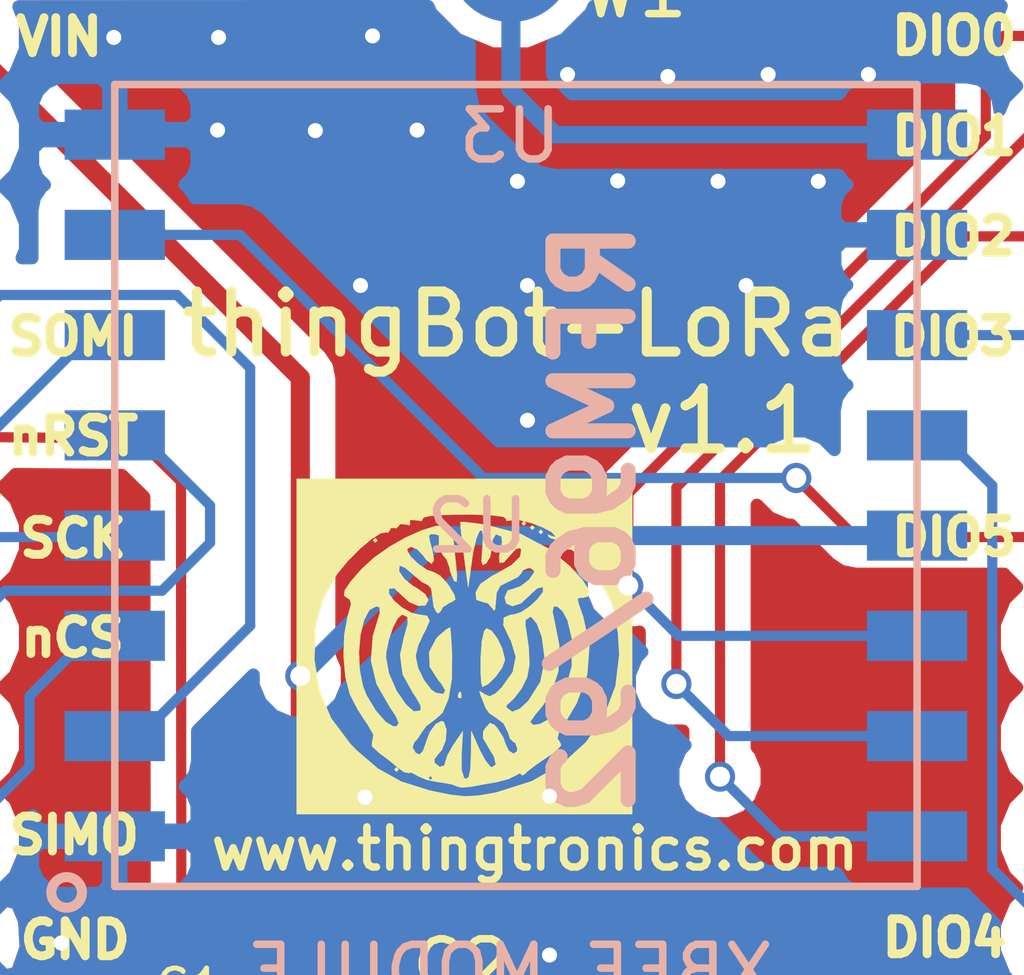
<source format=kicad_pcb>
(kicad_pcb (version 4) (host pcbnew 4.0.4-stable)

  (general
    (links 60)
    (no_connects 0)
    (area 126.16238 88.265 212.473414 136.890001)
    (thickness 1.6)
    (drawings 26)
    (tracks 103)
    (zones 0)
    (modules 45)
    (nets 23)
  )

  (page A4)
  (title_block
    (title "thingBot-LoRa ")
    (date 2016-12-31)
    (rev v1.1)
  )

  (layers
    (0 F.Cu signal hide)
    (31 B.Cu signal hide)
    (34 B.Paste user hide)
    (35 F.Paste user hide)
    (36 B.SilkS user)
    (37 F.SilkS user)
    (38 B.Mask user hide)
    (39 F.Mask user hide)
    (40 Dwgs.User user hide)
    (44 Edge.Cuts user hide)
    (45 Margin user hide)
    (48 B.Fab user hide)
    (49 F.Fab user hide)
  )

  (setup
    (last_trace_width 0.2032)
    (trace_clearance 0.2)
    (zone_clearance 0)
    (zone_45_only no)
    (trace_min 0.016)
    (segment_width 0.2)
    (edge_width 0.1)
    (via_size 0.6)
    (via_drill 0.4)
    (via_min_size 0.04)
    (via_min_drill 0.3)
    (uvia_size 0.3)
    (uvia_drill 0.1)
    (uvias_allowed no)
    (uvia_min_size 0.2)
    (uvia_min_drill 0.1)
    (pcb_text_width 0.3)
    (pcb_text_size 1.5 1.5)
    (mod_edge_width 0.15)
    (mod_text_size 1 1)
    (mod_text_width 0.15)
    (pad_size 0.5 0.5)
    (pad_drill 0.3)
    (pad_to_mask_clearance 0)
    (aux_axis_origin 0 0)
    (visible_elements 7FFFE9FF)
    (pcbplotparams
      (layerselection 0x00020_00000000)
      (usegerberextensions false)
      (excludeedgelayer true)
      (linewidth 0.100000)
      (plotframeref false)
      (viasonmask false)
      (mode 1)
      (useauxorigin false)
      (hpglpennumber 1)
      (hpglpenspeed 20)
      (hpglpendiameter 15)
      (hpglpenoverlay 2)
      (psnegative false)
      (psa4output false)
      (plotreference true)
      (plotvalue true)
      (plotinvisibletext false)
      (padsonsilk false)
      (subtractmaskfromsilk false)
      (outputformat 1)
      (mirror false)
      (drillshape 0)
      (scaleselection 1)
      (outputdirectory GERBERS/))
  )

  (net 0 "")
  (net 1 nRESET)
  (net 2 GND)
  (net 3 RFM_VIN)
  (net 4 "Net-(D1-Pad1)")
  (net 5 ANT)
  (net 6 SPI_SCK)
  (net 7 SPI_nCS)
  (net 8 DIO5)
  (net 9 DIO3)
  (net 10 DIO4)
  (net 11 DIO0)
  (net 12 DIO1)
  (net 13 DIO2)
  (net 14 "Net-(U3-Pad14)")
  (net 15 "Net-(U3-Pad13)")
  (net 16 "Net-(U3-Pad8)")
  (net 17 "Net-(U3-Pad3)")
  (net 18 "Net-(U3-Pad2)")
  (net 19 SPI_SOMI)
  (net 20 SPI_SIMO)
  (net 21 "Net-(U3-Pad16)")
  (net 22 "Net-(U3-Pad12)")

  (net_class Default "This is the default net class."
    (clearance 0.2)
    (trace_width 0.2032)
    (via_dia 0.6)
    (via_drill 0.4)
    (uvia_dia 0.3)
    (uvia_drill 0.1)
  )

  (net_class Antenna ""
    (clearance 0.4)
    (trace_width 0.381)
    (via_dia 0.6)
    (via_drill 0.4)
    (uvia_dia 0.3)
    (uvia_drill 0.1)
    (add_net ANT)
  )

  (net_class Power ""
    (clearance 0.2)
    (trace_width 0.381)
    (via_dia 0.6)
    (via_drill 0.4)
    (uvia_dia 0.3)
    (uvia_drill 0.1)
    (add_net GND)
    (add_net RFM_VIN)
  )

  (net_class Signals ""
    (clearance 0.2)
    (trace_width 0.2032)
    (via_dia 0.6)
    (via_drill 0.4)
    (uvia_dia 0.3)
    (uvia_drill 0.1)
    (add_net DIO0)
    (add_net DIO1)
    (add_net DIO2)
    (add_net DIO3)
    (add_net DIO4)
    (add_net DIO5)
    (add_net "Net-(D1-Pad1)")
    (add_net "Net-(U3-Pad12)")
    (add_net "Net-(U3-Pad13)")
    (add_net "Net-(U3-Pad14)")
    (add_net "Net-(U3-Pad16)")
    (add_net "Net-(U3-Pad2)")
    (add_net "Net-(U3-Pad3)")
    (add_net "Net-(U3-Pad8)")
    (add_net SPI_SCK)
    (add_net SPI_SIMO)
    (add_net SPI_SOMI)
    (add_net SPI_nCS)
    (add_net nRESET)
  )

  (module VIA'S:VIA_0.5mm (layer F.Cu) (tedit 58652746) (tstamp 58669217)
    (at 177.37 105.26)
    (fp_text reference REF** (at 0 -2.6) (layer F.Fab) hide
      (effects (font (size 1 1) (thickness 0.15)))
    )
    (fp_text value VIA_0.5mm (at 0.05 -1.45) (layer F.Fab) hide
      (effects (font (size 1 1) (thickness 0.15)))
    )
    (pad 1 thru_hole circle (at 0 0) (size 0.5 0.5) (drill 0.3) (layers *.Cu)
      (net 2 GND) (zone_connect 2))
  )

  (module VIA'S:VIA_0.5mm (layer F.Cu) (tedit 58652746) (tstamp 58666E17)
    (at 177.35 107.11)
    (fp_text reference REF** (at 0 -2.6) (layer F.Fab) hide
      (effects (font (size 1 1) (thickness 0.15)))
    )
    (fp_text value VIA_0.5mm (at 0.05 -1.45) (layer F.Fab) hide
      (effects (font (size 1 1) (thickness 0.15)))
    )
    (pad 1 thru_hole circle (at 0 0) (size 0.5 0.5) (drill 0.3) (layers *.Cu)
      (net 2 GND) (zone_connect 2))
  )

  (module VIA'S:VIA_0.5mm (layer F.Cu) (tedit 58652746) (tstamp 58666E0E)
    (at 179.3 107.12)
    (fp_text reference REF** (at 0 -2.6) (layer F.Fab) hide
      (effects (font (size 1 1) (thickness 0.15)))
    )
    (fp_text value VIA_0.5mm (at 0.05 -1.45) (layer F.Fab) hide
      (effects (font (size 1 1) (thickness 0.15)))
    )
    (pad 1 thru_hole circle (at 0 0) (size 0.5 0.5) (drill 0.3) (layers *.Cu)
      (net 2 GND) (zone_connect 2))
  )

  (module VIA'S:VIA_0.5mm (layer F.Cu) (tedit 588CAF91) (tstamp 58666DC6)
    (at 186.03 105.9)
    (fp_text reference REF** (at 0 -2.6) (layer F.Fab) hide
      (effects (font (size 1 1) (thickness 0.15)))
    )
    (fp_text value VIA_0.5mm (at 0.05 -1.45) (layer F.Fab) hide
      (effects (font (size 1 1) (thickness 0.15)))
    )
  )

  (module VIA'S:VIA_0.5mm (layer F.Cu) (tedit 5866325D) (tstamp 586631E9)
    (at 187.89 110.29)
    (fp_text reference REF** (at 0 -2.6) (layer F.Fab) hide
      (effects (font (size 1 1) (thickness 0.15)))
    )
    (fp_text value VIA_0.5mm (at 0.05 -1.45) (layer F.Fab) hide
      (effects (font (size 1 1) (thickness 0.15)))
    )
    (pad 1 thru_hole circle (at 0 -0.08) (size 0.5 0.5) (drill 0.3) (layers *.Cu)
      (net 2 GND) (zone_connect 2))
  )

  (module VIA'S:VIA_0.5mm (layer F.Cu) (tedit 58663266) (tstamp 586631E4)
    (at 180.2 110.23)
    (fp_text reference REF** (at 0 -2.6) (layer F.Fab) hide
      (effects (font (size 1 1) (thickness 0.15)))
    )
    (fp_text value VIA_0.5mm (at 0.05 -1.45) (layer F.Fab) hide
      (effects (font (size 1 1) (thickness 0.15)))
    )
    (pad 1 thru_hole circle (at 0 -0.02) (size 0.5 0.5) (drill 0.3) (layers *.Cu)
      (net 2 GND) (zone_connect 2))
  )

  (module VIA'S:VIA_0.5mm (layer F.Cu) (tedit 58663272) (tstamp 586631E0)
    (at 183.53 110.21)
    (fp_text reference REF** (at 0 -2.6) (layer F.Fab) hide
      (effects (font (size 1 1) (thickness 0.15)))
    )
    (fp_text value VIA_0.5mm (at 0.05 -1.45) (layer F.Fab) hide
      (effects (font (size 1 1) (thickness 0.15)))
    )
    (pad 1 thru_hole circle (at 0 0) (size 0.5 0.5) (drill 0.3) (layers *.Cu)
      (net 2 GND) (zone_connect 2))
  )

  (module VIA'S:VIA_0.5mm (layer F.Cu) (tedit 5866327A) (tstamp 586631D7)
    (at 183.54 112.9)
    (fp_text reference REF** (at 0 -2.6) (layer F.Fab) hide
      (effects (font (size 1 1) (thickness 0.15)))
    )
    (fp_text value VIA_0.5mm (at 0.05 -1.45) (layer F.Fab) hide
      (effects (font (size 1 1) (thickness 0.15)))
    )
    (pad 1 thru_hole circle (at -0.01 0) (size 0.5 0.5) (drill 0.3) (layers *.Cu)
      (net 2 GND) (zone_connect 2))
  )

  (module VIA'S:VIA_0.5mm (layer F.Cu) (tedit 58652746) (tstamp 586631C4)
    (at 183.97 123.57)
    (fp_text reference REF** (at 0 -2.6) (layer F.Fab) hide
      (effects (font (size 1 1) (thickness 0.15)))
    )
    (fp_text value VIA_0.5mm (at 0.05 -1.45) (layer F.Fab) hide
      (effects (font (size 1 1) (thickness 0.15)))
    )
    (pad 1 thru_hole circle (at 0 0) (size 0.5 0.5) (drill 0.3) (layers *.Cu)
      (net 2 GND) (zone_connect 2))
  )

  (module VIA'S:VIA_0.5mm (layer F.Cu) (tedit 58652746) (tstamp 586631B9)
    (at 183.97 120.4)
    (fp_text reference REF** (at 0 -2.6) (layer F.Fab) hide
      (effects (font (size 1 1) (thickness 0.15)))
    )
    (fp_text value VIA_0.5mm (at 0.05 -1.45) (layer F.Fab) hide
      (effects (font (size 1 1) (thickness 0.15)))
    )
    (pad 1 thru_hole circle (at 0 0) (size 0.5 0.5) (drill 0.3) (layers *.Cu)
      (net 2 GND) (zone_connect 2))
  )

  (module VIA'S:VIA_0.5mm (layer F.Cu) (tedit 58652746) (tstamp 586631B2)
    (at 180.29 120.42)
    (fp_text reference REF** (at 0 -2.6) (layer F.Fab) hide
      (effects (font (size 1 1) (thickness 0.15)))
    )
    (fp_text value VIA_0.5mm (at 0.05 -1.45) (layer F.Fab) hide
      (effects (font (size 1 1) (thickness 0.15)))
    )
    (pad 1 thru_hole circle (at 0 0) (size 0.5 0.5) (drill 0.3) (layers *.Cu)
      (net 2 GND) (zone_connect 2))
  )

  (module VIA'S:VIA_0.5mm (layer F.Cu) (tedit 58652746) (tstamp 5866315C)
    (at 181.33 107.11)
    (fp_text reference REF** (at 0 -2.6) (layer F.Fab) hide
      (effects (font (size 1 1) (thickness 0.15)))
    )
    (fp_text value VIA_0.5mm (at 0.05 -1.45) (layer F.Fab) hide
      (effects (font (size 1 1) (thickness 0.15)))
    )
    (pad 1 thru_hole circle (at 0 0) (size 0.5 0.5) (drill 0.3) (layers *.Cu)
      (net 2 GND) (zone_connect 2))
  )

  (module VIA'S:VIA_0.5mm (layer F.Cu) (tedit 58652746) (tstamp 58663152)
    (at 180.44 105.23)
    (fp_text reference REF** (at 0 -2.6) (layer F.Fab) hide
      (effects (font (size 1 1) (thickness 0.15)))
    )
    (fp_text value VIA_0.5mm (at 0.05 -1.45) (layer F.Fab) hide
      (effects (font (size 1 1) (thickness 0.15)))
    )
    (pad 1 thru_hole circle (at 0 0) (size 0.5 0.5) (drill 0.3) (layers *.Cu)
      (net 2 GND) (zone_connect 2))
  )

  (module VIA'S:VIA_0.5mm (layer F.Cu) (tedit 58652746) (tstamp 58663122)
    (at 189.55 124.99)
    (fp_text reference REF** (at 0 -2.6) (layer F.Fab) hide
      (effects (font (size 1 1) (thickness 0.15)))
    )
    (fp_text value VIA_0.5mm (at 0.05 -1.45) (layer F.Fab) hide
      (effects (font (size 1 1) (thickness 0.15)))
    )
    (pad 1 thru_hole circle (at 0 0) (size 0.5 0.5) (drill 0.3) (layers *.Cu)
      (net 2 GND) (zone_connect 2))
  )

  (module VIA'S:VIA_0.5mm (layer F.Cu) (tedit 58652746) (tstamp 58663118)
    (at 194.55 124.99)
    (fp_text reference REF** (at 0 -2.6) (layer F.Fab) hide
      (effects (font (size 1 1) (thickness 0.15)))
    )
    (fp_text value VIA_0.5mm (at 0.05 -1.45) (layer F.Fab) hide
      (effects (font (size 1 1) (thickness 0.15)))
    )
    (pad 1 thru_hole circle (at 0 0) (size 0.5 0.5) (drill 0.3) (layers *.Cu)
      (net 2 GND) (zone_connect 2))
  )

  (module VIA'S:VIA_0.5mm (layer F.Cu) (tedit 58652746) (tstamp 586630D2)
    (at 194.55 129.99)
    (fp_text reference REF** (at 0 -2.6) (layer F.Fab) hide
      (effects (font (size 1 1) (thickness 0.15)))
    )
    (fp_text value VIA_0.5mm (at 0.05 -1.45) (layer F.Fab) hide
      (effects (font (size 1 1) (thickness 0.15)))
    )
    (pad 1 thru_hole circle (at 0 0) (size 0.5 0.5) (drill 0.3) (layers *.Cu)
      (net 2 GND) (zone_connect 2))
  )

  (module VIA'S:VIA_0.5mm (layer F.Cu) (tedit 58652746) (tstamp 586630CE)
    (at 189.55 129.99)
    (fp_text reference REF** (at 0 -2.6) (layer F.Fab) hide
      (effects (font (size 1 1) (thickness 0.15)))
    )
    (fp_text value VIA_0.5mm (at 0.05 -1.45) (layer F.Fab) hide
      (effects (font (size 1 1) (thickness 0.15)))
    )
    (pad 1 thru_hole circle (at 0 0) (size 0.5 0.5) (drill 0.3) (layers *.Cu)
      (net 2 GND) (zone_connect 2))
  )

  (module VIA'S:VIA_0.5mm (layer F.Cu) (tedit 58652746) (tstamp 586630CA)
    (at 184.55 129.99)
    (fp_text reference REF** (at 0 -2.6) (layer F.Fab) hide
      (effects (font (size 1 1) (thickness 0.15)))
    )
    (fp_text value VIA_0.5mm (at 0.05 -1.45) (layer F.Fab) hide
      (effects (font (size 1 1) (thickness 0.15)))
    )
    (pad 1 thru_hole circle (at 0 0) (size 0.5 0.5) (drill 0.3) (layers *.Cu)
      (net 2 GND) (zone_connect 2))
  )

  (module VIA'S:VIA_0.5mm (layer F.Cu) (tedit 5866304C) (tstamp 58662DF0)
    (at 184.33 106.67)
    (fp_text reference REF** (at 0 -2.6) (layer F.Fab) hide
      (effects (font (size 1 1) (thickness 0.15)))
    )
    (fp_text value VIA_0.5mm (at 0.05 -1.45) (layer F.Fab) hide
      (effects (font (size 1 1) (thickness 0.15)))
    )
    (pad 1 thru_hole circle (at 0 -0.67) (size 0.5 0.5) (drill 0.3) (layers *.Cu)
      (net 2 GND) (zone_connect 2))
  )

  (module VIA'S:VIA_0.5mm (layer F.Cu) (tedit 588CB01F) (tstamp 58663072)
    (at 189.33 106.67)
    (fp_text reference REF** (at 0 -2.6) (layer F.Fab) hide
      (effects (font (size 1 1) (thickness 0.15)))
    )
    (fp_text value VIA_0.5mm (at 0.05 -1.45) (layer F.Fab) hide
      (effects (font (size 1 1) (thickness 0.15)))
    )
    (pad 1 thru_hole circle (at 1 -0.67) (size 0.5 0.5) (drill 0.3) (layers *.Cu)
      (net 2 GND) (zone_connect 2))
  )

  (module VIA'S:VIA_0.5mm (layer F.Cu) (tedit 588CAC70) (tstamp 5866306E)
    (at 188.33 106.67)
    (fp_text reference REF** (at 0 -2.6) (layer F.Fab) hide
      (effects (font (size 1 1) (thickness 0.15)))
    )
    (fp_text value VIA_0.5mm (at 0.05 -1.45) (layer F.Fab) hide
      (effects (font (size 1 1) (thickness 0.15)))
    )
  )

  (module VIA'S:VIA_0.5mm (layer F.Cu) (tedit 588CB015) (tstamp 5866306A)
    (at 187.33 106.67)
    (fp_text reference REF** (at 0 -2.6) (layer F.Fab) hide
      (effects (font (size 1 1) (thickness 0.15)))
    )
    (fp_text value VIA_0.5mm (at 0.05 -1.45) (layer F.Fab) hide
      (effects (font (size 1 1) (thickness 0.15)))
    )
    (pad 1 thru_hole circle (at 1 -0.67) (size 0.5 0.5) (drill 0.3) (layers *.Cu)
      (net 2 GND) (zone_connect 2))
  )

  (module VIA'S:VIA_0.5mm (layer F.Cu) (tedit 588CACAF) (tstamp 58663066)
    (at 186.33 106.67)
    (fp_text reference REF** (at 0 -2.6) (layer F.Fab) hide
      (effects (font (size 1 1) (thickness 0.15)))
    )
    (fp_text value VIA_0.5mm (at 0.05 -1.45) (layer F.Fab) hide
      (effects (font (size 1 1) (thickness 0.15)))
    )
  )

  (module VIA'S:VIA_0.5mm (layer F.Cu) (tedit 588CB00C) (tstamp 58663062)
    (at 186.05 106.71)
    (fp_text reference REF** (at 0 -2.6) (layer F.Fab) hide
      (effects (font (size 1 1) (thickness 0.15)))
    )
    (fp_text value VIA_0.5mm (at 0.05 -1.45) (layer F.Fab) hide
      (effects (font (size 1 1) (thickness 0.15)))
    )
    (pad 1 thru_hole circle (at 0.28 -0.67) (size 0.5 0.5) (drill 0.3) (layers *.Cu)
      (net 2 GND) (zone_connect 2))
  )

  (module VIA'S:VIA_0.5mm (layer F.Cu) (tedit 588CAFC2) (tstamp 58663024)
    (at 189.03 108.13)
    (fp_text reference REF** (at 0 -2.6) (layer F.Fab) hide
      (effects (font (size 1 1) (thickness 0.15)))
    )
    (fp_text value VIA_0.5mm (at 0.05 -1.45) (layer F.Fab) hide
      (effects (font (size 1 1) (thickness 0.15)))
    )
    (pad 1 thru_hole circle (at 0.3 0) (size 0.5 0.5) (drill 0.3) (layers *.Cu)
      (net 2 GND) (zone_connect 2))
  )

  (module VIA'S:VIA_0.5mm (layer F.Cu) (tedit 588CAC8A) (tstamp 58663020)
    (at 188.03 108.13)
    (fp_text reference REF** (at 0 -2.6) (layer F.Fab) hide
      (effects (font (size 1 1) (thickness 0.15)))
    )
    (fp_text value VIA_0.5mm (at 0.05 -1.45) (layer F.Fab) hide
      (effects (font (size 1 1) (thickness 0.15)))
    )
  )

  (module VIA'S:VIA_0.5mm (layer F.Cu) (tedit 588CAFD9) (tstamp 5866301C)
    (at 187.03 108.13)
    (fp_text reference REF** (at 0 -2.6) (layer F.Fab) hide
      (effects (font (size 1 1) (thickness 0.15)))
    )
    (fp_text value VIA_0.5mm (at 0.05 -1.45) (layer F.Fab) hide
      (effects (font (size 1 1) (thickness 0.15)))
    )
    (pad 1 thru_hole circle (at 0.3 0) (size 0.5 0.5) (drill 0.3) (layers *.Cu)
      (net 2 GND) (zone_connect 2))
  )

  (module VIA'S:VIA_0.5mm (layer F.Cu) (tedit 588CAC99) (tstamp 58663018)
    (at 186.03 108.13)
    (fp_text reference REF** (at 0 -2.6) (layer F.Fab) hide
      (effects (font (size 1 1) (thickness 0.15)))
    )
    (fp_text value VIA_0.5mm (at 0.05 -1.45) (layer F.Fab) hide
      (effects (font (size 1 1) (thickness 0.15)))
    )
  )

  (module VIA'S:VIA_0.5mm (layer F.Cu) (tedit 588CAFE4) (tstamp 58663014)
    (at 185.54 108.12)
    (fp_text reference REF** (at 0 -2.6) (layer F.Fab) hide
      (effects (font (size 1 1) (thickness 0.15)))
    )
    (fp_text value VIA_0.5mm (at 0.05 -1.45) (layer F.Fab) hide
      (effects (font (size 1 1) (thickness 0.15)))
    )
    (pad 1 thru_hole circle (at -0.21 0) (size 0.5 0.5) (drill 0.3) (layers *.Cu)
      (net 2 GND) (zone_connect 2))
  )

  (module VIA'S:VIA_0.5mm (layer F.Cu) (tedit 588CB032) (tstamp 58662DAC)
    (at 184.03 108.13)
    (fp_text reference REF** (at 0 -2.6) (layer F.Fab) hide
      (effects (font (size 1 1) (thickness 0.15)))
    )
    (fp_text value VIA_0.5mm (at 0.05 -1.45) (layer F.Fab) hide
      (effects (font (size 1 1) (thickness 0.15)))
    )
    (pad 1 thru_hole circle (at -0.7 0) (size 0.5 0.5) (drill 0.3) (layers *.Cu)
      (net 2 GND) (zone_connect 2))
  )

  (module VIA'S:VIA_0.5mm (layer F.Cu) (tedit 588C6052) (tstamp 58655E62)
    (at 179.55 129.99)
    (fp_text reference REF** (at 0 -2.6) (layer F.Fab) hide
      (effects (font (size 1 1) (thickness 0.15)))
    )
    (fp_text value VIA_0.5mm (at 0.43 -1.23) (layer F.Fab) hide
      (effects (font (size 1 1) (thickness 0.15)))
    )
    (pad 1 thru_hole circle (at 0 0) (size 0.5 0.5) (drill 0.3) (layers *.Cu)
      (net 2 GND) (zone_connect 2))
  )

  (module VIA'S:VIA_0.5mm (layer F.Cu) (tedit 58652746) (tstamp 58655E5C)
    (at 175.28 105.26)
    (fp_text reference REF** (at 0 -2.6) (layer F.Fab) hide
      (effects (font (size 1 1) (thickness 0.15)))
    )
    (fp_text value VIA_0.5mm (at 0.05 -1.45) (layer F.Fab) hide
      (effects (font (size 1 1) (thickness 0.15)))
    )
    (pad 1 thru_hole circle (at 0 0) (size 0.5 0.5) (drill 0.3) (layers *.Cu)
      (net 2 GND) (zone_connect 2))
  )

  (module Capacitors_SMD:C_0805_HandSoldering (layer F.Cu) (tedit 586A02AB) (tstamp 58564708)
    (at 182.22 125.93 180)
    (descr "Capacitor SMD 0805, hand soldering")
    (tags "capacitor 0805")
    (path /58569A7D)
    (attr smd)
    (fp_text reference C2 (at 0 2.14 180) (layer F.SilkS)
      (effects (font (size 1 1) (thickness 0.15)))
    )
    (fp_text value 0.1uF (at 0.04 1.27 180) (layer F.Fab)
      (effects (font (size 0.5 0.5) (thickness 0.09)))
    )
    (fp_line (start -1 0.625) (end -1 -0.625) (layer F.Fab) (width 0.15))
    (fp_line (start 1 0.625) (end -1 0.625) (layer F.Fab) (width 0.15))
    (fp_line (start 1 -0.625) (end 1 0.625) (layer F.Fab) (width 0.15))
    (fp_line (start -1 -0.625) (end 1 -0.625) (layer F.Fab) (width 0.15))
    (fp_line (start -2.3 -1) (end 2.3 -1) (layer F.CrtYd) (width 0.05))
    (fp_line (start -2.3 1) (end 2.3 1) (layer F.CrtYd) (width 0.05))
    (fp_line (start -2.3 -1) (end -2.3 1) (layer F.CrtYd) (width 0.05))
    (fp_line (start 2.3 -1) (end 2.3 1) (layer F.CrtYd) (width 0.05))
    (fp_line (start 0.5 -0.85) (end -0.5 -0.85) (layer F.SilkS) (width 0.15))
    (fp_line (start -0.5 0.85) (end 0.5 0.85) (layer F.SilkS) (width 0.15))
    (pad 1 smd rect (at -1.25 0 180) (size 1.5 1.25) (layers F.Cu F.Paste F.Mask)
      (net 3 RFM_VIN))
    (pad 2 smd rect (at 1.25 0 180) (size 1.5 1.25) (layers F.Cu F.Paste F.Mask)
      (net 2 GND))
    (model Capacitors_SMD.3dshapes/C_0805_HandSoldering.wrl
      (at (xyz 0 0 0))
      (scale (xyz 1 1 1))
      (rotate (xyz 0 0 0))
    )
  )

  (module Resistors_SMD:R_0805_HandSoldering (layer F.Cu) (tedit 586A030A) (tstamp 58454ABB)
    (at 178.73 127.04 270)
    (descr "Resistor SMD 0805, hand soldering")
    (tags "resistor 0805")
    (path /583C38A1)
    (attr smd)
    (fp_text reference R2 (at 2.8 -0.07 360) (layer F.SilkS)
      (effects (font (size 1 1) (thickness 0.15)))
    )
    (fp_text value 1K (at -2.68 -0.02 270) (layer F.Fab)
      (effects (font (size 0.5 0.5) (thickness 0.09)))
    )
    (fp_line (start -1 0.625) (end -1 -0.625) (layer F.Fab) (width 0.1))
    (fp_line (start 1 0.625) (end -1 0.625) (layer F.Fab) (width 0.1))
    (fp_line (start 1 -0.625) (end 1 0.625) (layer F.Fab) (width 0.1))
    (fp_line (start -1 -0.625) (end 1 -0.625) (layer F.Fab) (width 0.1))
    (fp_line (start -2.4 -1) (end 2.4 -1) (layer F.CrtYd) (width 0.05))
    (fp_line (start -2.4 1) (end 2.4 1) (layer F.CrtYd) (width 0.05))
    (fp_line (start -2.4 -1) (end -2.4 1) (layer F.CrtYd) (width 0.05))
    (fp_line (start 2.4 -1) (end 2.4 1) (layer F.CrtYd) (width 0.05))
    (fp_line (start 0.6 0.875) (end -0.6 0.875) (layer F.SilkS) (width 0.15))
    (fp_line (start -0.6 -0.875) (end 0.6 -0.875) (layer F.SilkS) (width 0.15))
    (pad 1 smd rect (at -1.35 0 270) (size 1.5 1.3) (layers F.Cu F.Paste F.Mask)
      (net 3 RFM_VIN))
    (pad 2 smd rect (at 1.35 0 270) (size 1.5 1.3) (layers F.Cu F.Paste F.Mask)
      (net 1 nRESET))
    (model Resistors_SMD.3dshapes/R_0805_HandSoldering.wrl
      (at (xyz 0 0 0))
      (scale (xyz 1 1 1))
      (rotate (xyz 0 0 0))
    )
  )

  (module Xbee:Xbee_mod locked (layer F.Cu) (tedit 588CADD2) (tstamp 584D7580)
    (at 172.18 105.23)
    (path /5843EEBB)
    (fp_text reference U3 (at 11 2) (layer B.SilkS)
      (effects (font (size 1 1) (thickness 0.15)) (justify mirror))
    )
    (fp_text value XBEE_MODULE (at 11 18.67) (layer B.SilkS)
      (effects (font (size 1 1) (thickness 0.15)) (justify mirror))
    )
    (fp_line (start -1.19 -0.7) (end -1.19 25.71) (layer F.SilkS) (width 0.15))
    (fp_line (start -1.19 25.71) (end 23.19 25.71) (layer F.SilkS) (width 0.15))
    (fp_line (start 23.19 25.71) (end 23.19 -0.7) (layer F.SilkS) (width 0.15))
    (fp_line (start 23.19 -0.7) (end 15.6 -7.23) (layer F.SilkS) (width 0.15))
    (fp_line (start 15.6 -7.23) (end 6.4 -7.23) (layer F.SilkS) (width 0.15))
    (fp_line (start 6.4 -7.23) (end -1.19 -0.7) (layer F.SilkS) (width 0.15))
    (pad 20 thru_hole circle (at 22 0) (size 1.4 1.4) (drill 0.8) (layers *.Cu *.Mask)
      (net 11 DIO0))
    (pad 19 thru_hole circle (at 22 2) (size 1.4 1.4) (drill 0.8) (layers *.Cu *.Mask)
      (net 12 DIO1))
    (pad 18 thru_hole circle (at 22 4) (size 1.4 1.4) (drill 0.8) (layers *.Cu *.Mask)
      (net 13 DIO2))
    (pad 17 thru_hole circle (at 22 6) (size 1.4 1.4) (drill 0.8) (layers *.Cu *.Mask)
      (net 9 DIO3))
    (pad 16 thru_hole circle (at 22 8) (size 1.4 1.4) (drill 0.8) (layers *.Cu *.Mask)
      (net 21 "Net-(U3-Pad16)"))
    (pad 15 thru_hole circle (at 22 10) (size 1.4 1.4) (drill 0.8) (layers *.Cu *.Mask)
      (net 8 DIO5))
    (pad 14 thru_hole circle (at 22 12) (size 1.4 1.4) (drill 0.8) (layers *.Cu *.Mask)
      (net 14 "Net-(U3-Pad14)"))
    (pad 13 thru_hole circle (at 22 14) (size 1.4 1.4) (drill 0.8) (layers *.Cu *.Mask)
      (net 15 "Net-(U3-Pad13)"))
    (pad 12 thru_hole circle (at 22 16) (size 1.4 1.4) (drill 0.8) (layers *.Cu *.Mask)
      (net 22 "Net-(U3-Pad12)"))
    (pad 11 thru_hole circle (at 22 18) (size 1.4 1.4) (drill 0.8) (layers *.Cu *.Mask)
      (net 10 DIO4))
    (pad 10 thru_hole circle (at 0 18) (size 1.4 1.4) (drill 0.8) (layers *.Cu *.Mask)
      (net 2 GND))
    (pad 9 thru_hole circle (at 0 16) (size 1.4 1.4) (drill 0.8) (layers *.Cu *.Mask)
      (net 20 SPI_SIMO))
    (pad 8 thru_hole circle (at 0 14) (size 1.4 1.4) (drill 0.8) (layers *.Cu *.Mask)
      (net 16 "Net-(U3-Pad8)"))
    (pad 7 thru_hole circle (at 0 12) (size 1.4 1.4) (drill 0.8) (layers *.Cu *.Mask)
      (net 7 SPI_nCS))
    (pad 6 thru_hole circle (at 0 10) (size 1.4 1.4) (drill 0.8) (layers *.Cu *.Mask)
      (net 6 SPI_SCK))
    (pad 5 thru_hole circle (at 0 8) (size 1.4 1.4) (drill 0.8) (layers *.Cu *.Mask)
      (net 1 nRESET))
    (pad 4 thru_hole circle (at 0 6) (size 1.4 1.4) (drill 0.8) (layers *.Cu *.Mask)
      (net 19 SPI_SOMI))
    (pad 3 thru_hole circle (at 0 4) (size 1.4 1.4) (drill 0.8) (layers *.Cu *.Mask)
      (net 17 "Net-(U3-Pad3)"))
    (pad 2 thru_hole circle (at 0 2) (size 1.4 1.4) (drill 0.8) (layers *.Cu *.Mask)
      (net 18 "Net-(U3-Pad2)"))
    (pad 1 thru_hole circle (at 0 0) (size 1.4 1.4) (drill 0.8) (layers *.Cu *.Mask)
      (net 3 RFM_VIN))
  )

  (module LEDs:LED_0805 (layer F.Cu) (tedit 588C636A) (tstamp 58454AAF)
    (at 185.39 126.98 90)
    (descr "LED 0805 smd package")
    (tags "LED 0805 SMD")
    (path /5838C372)
    (attr smd)
    (fp_text reference D1 (at 2.36 0.05 180) (layer F.SilkS)
      (effects (font (size 0.7 0.7) (thickness 0.11)))
    )
    (fp_text value POWER (at 0 1.79 90) (layer F.SilkS)
      (effects (font (size 1 1) (thickness 0.15)))
    )
    (fp_line (start -0.4 -0.3) (end -0.4 0.3) (layer F.Fab) (width 0.15))
    (fp_line (start -0.3 0) (end 0 -0.3) (layer F.Fab) (width 0.15))
    (fp_line (start 0 0.3) (end -0.3 0) (layer F.Fab) (width 0.15))
    (fp_line (start 0 -0.3) (end 0 0.3) (layer F.Fab) (width 0.15))
    (fp_line (start 1 -0.6) (end -1 -0.6) (layer F.Fab) (width 0.15))
    (fp_line (start 1 0.6) (end 1 -0.6) (layer F.Fab) (width 0.15))
    (fp_line (start -1 0.6) (end 1 0.6) (layer F.Fab) (width 0.15))
    (fp_line (start -1 -0.6) (end -1 0.6) (layer F.Fab) (width 0.15))
    (fp_line (start -1.6 0.75) (end 1.1 0.75) (layer F.SilkS) (width 0.15))
    (fp_line (start -1.6 -0.75) (end 1.1 -0.75) (layer F.SilkS) (width 0.15))
    (fp_line (start -0.1 0.15) (end -0.1 -0.1) (layer F.SilkS) (width 0.15))
    (fp_line (start -0.1 -0.1) (end -0.25 0.05) (layer F.SilkS) (width 0.15))
    (fp_line (start -0.35 -0.35) (end -0.35 0.35) (layer F.SilkS) (width 0.15))
    (fp_line (start 0 0) (end 0.35 0) (layer F.SilkS) (width 0.15))
    (fp_line (start -0.35 0) (end 0 -0.35) (layer F.SilkS) (width 0.15))
    (fp_line (start 0 -0.35) (end 0 0.35) (layer F.SilkS) (width 0.15))
    (fp_line (start 0 0.35) (end -0.35 0) (layer F.SilkS) (width 0.15))
    (fp_line (start 1.9 -0.95) (end 1.9 0.95) (layer F.CrtYd) (width 0.05))
    (fp_line (start 1.9 0.95) (end -1.9 0.95) (layer F.CrtYd) (width 0.05))
    (fp_line (start -1.9 0.95) (end -1.9 -0.95) (layer F.CrtYd) (width 0.05))
    (fp_line (start -1.9 -0.95) (end 1.9 -0.95) (layer F.CrtYd) (width 0.05))
    (pad 2 smd rect (at 1.04902 0 270) (size 1.19888 1.19888) (layers F.Cu F.Paste F.Mask)
      (net 3 RFM_VIN))
    (pad 1 smd rect (at -1.04902 0 270) (size 1.19888 1.19888) (layers F.Cu F.Paste F.Mask)
      (net 4 "Net-(D1-Pad1)"))
    (model LEDs.3dshapes/LED_0805.wrl
      (at (xyz 0 0 0))
      (scale (xyz 1 1 1))
      (rotate (xyz 0 0 0))
    )
  )

  (module Temp:RFM92_95_96_98 (layer B.Cu) (tedit 585233AB) (tstamp 58454ADE)
    (at 175.3 121.2)
    (path /583BEAC0)
    (fp_text reference U2 (at 7.23 -6.19) (layer B.SilkS)
      (effects (font (size 1 1) (thickness 0.15)) (justify mirror))
    )
    (fp_text value RFM92/95 (at 7.99 -2.51) (layer B.Fab) hide
      (effects (font (size 1 1) (thickness 0.15)) (justify mirror))
    )
    (fp_line (start 0 1) (end 0 -15) (layer B.SilkS) (width 0.15))
    (fp_line (start 0 -15) (end 16 -15) (layer B.SilkS) (width 0.15))
    (fp_line (start 16 -15) (end 16 1) (layer B.SilkS) (width 0.15))
    (fp_line (start 16 1) (end 0 1) (layer B.SilkS) (width 0.15))
    (pad 1 smd rect (at 0 0) (size 2 1) (layers B.Cu B.Paste B.Mask)
      (net 2 GND))
    (pad 2 smd rect (at 0 -2) (size 2 1) (layers B.Cu B.Paste B.Mask)
      (net 19 SPI_SOMI))
    (pad 3 smd rect (at 0 -4) (size 2 1) (layers B.Cu B.Paste B.Mask)
      (net 20 SPI_SIMO))
    (pad 4 smd rect (at 0 -6) (size 2 1) (layers B.Cu B.Paste B.Mask)
      (net 6 SPI_SCK))
    (pad 5 smd rect (at 0 -8) (size 2 1) (layers B.Cu B.Paste B.Mask)
      (net 7 SPI_nCS))
    (pad 6 smd rect (at 0 -10) (size 2 1) (layers B.Cu B.Paste B.Mask)
      (net 1 nRESET))
    (pad 7 smd rect (at 0 -12) (size 2 1) (layers B.Cu B.Paste B.Mask)
      (net 8 DIO5))
    (pad 8 smd rect (at 0 -14) (size 2 1) (layers B.Cu B.Paste B.Mask)
      (net 2 GND))
    (pad 9 smd rect (at 16 -14) (size 2 1) (layers B.Cu B.Paste B.Mask)
      (net 5 ANT))
    (pad 10 smd rect (at 16 -12) (size 2 1) (layers B.Cu B.Paste B.Mask)
      (net 2 GND))
    (pad 11 smd rect (at 16 -10) (size 2 1) (layers B.Cu B.Paste B.Mask)
      (net 9 DIO3))
    (pad 12 smd rect (at 16 -8) (size 2 1) (layers B.Cu B.Paste B.Mask)
      (net 10 DIO4))
    (pad 13 smd rect (at 16 -6) (size 2 1) (layers B.Cu B.Paste B.Mask)
      (net 3 RFM_VIN))
    (pad 14 smd rect (at 16 -4) (size 2 1) (layers B.Cu B.Paste B.Mask)
      (net 11 DIO0))
    (pad 15 smd rect (at 16 -2) (size 2 1) (layers B.Cu B.Paste B.Mask)
      (net 12 DIO1))
    (pad 16 smd rect (at 16 0) (size 2 1) (layers B.Cu B.Paste B.Mask)
      (net 13 DIO2))
  )

  (module Capacitors_SMD:C_0805_HandSoldering (layer F.Cu) (tedit 586A0287) (tstamp 58454AA9)
    (at 175.38 125.39 180)
    (descr "Capacitor SMD 0805, hand soldering")
    (tags "capacitor 0805")
    (path /5838E25D)
    (attr smd)
    (fp_text reference C1 (at -1.4 1.18 180) (layer F.SilkS)
      (effects (font (size 0.7 0.7) (thickness 0.1)))
    )
    (fp_text value 15nF (at 0.13 1.24 180) (layer F.Fab)
      (effects (font (size 0.5 0.5) (thickness 0.09)))
    )
    (fp_line (start -1 0.625) (end -1 -0.625) (layer F.Fab) (width 0.15))
    (fp_line (start 1 0.625) (end -1 0.625) (layer F.Fab) (width 0.15))
    (fp_line (start 1 -0.625) (end 1 0.625) (layer F.Fab) (width 0.15))
    (fp_line (start -1 -0.625) (end 1 -0.625) (layer F.Fab) (width 0.15))
    (fp_line (start -2.3 -1) (end 2.3 -1) (layer F.CrtYd) (width 0.05))
    (fp_line (start -2.3 1) (end 2.3 1) (layer F.CrtYd) (width 0.05))
    (fp_line (start -2.3 -1) (end -2.3 1) (layer F.CrtYd) (width 0.05))
    (fp_line (start 2.3 -1) (end 2.3 1) (layer F.CrtYd) (width 0.05))
    (fp_line (start 0.5 -0.85) (end -0.5 -0.85) (layer F.SilkS) (width 0.15))
    (fp_line (start -0.5 0.85) (end 0.5 0.85) (layer F.SilkS) (width 0.15))
    (pad 1 smd rect (at -1.25 0 180) (size 1.5 1.25) (layers F.Cu F.Paste F.Mask)
      (net 1 nRESET))
    (pad 2 smd rect (at 1.25 0 180) (size 1.5 1.25) (layers F.Cu F.Paste F.Mask)
      (net 2 GND))
    (model Capacitors_SMD.3dshapes/C_0805_HandSoldering.wrl
      (at (xyz 0 0 0))
      (scale (xyz 1 1 1))
      (rotate (xyz 0 0 0))
    )
  )

  (module Resistors_SMD:R_0805_HandSoldering (layer F.Cu) (tedit 586A02D0) (tstamp 58454AB5)
    (at 182.15 128 180)
    (descr "Resistor SMD 0805, hand soldering")
    (tags "resistor 0805")
    (path /5838C3C9)
    (attr smd)
    (fp_text reference R1 (at -0.09 -1.63 360) (layer F.SilkS)
      (effects (font (size 1 1) (thickness 0.15)))
    )
    (fp_text value 1K (at -1.5 -1.49 180) (layer F.Fab)
      (effects (font (size 0.5 0.5) (thickness 0.09)))
    )
    (fp_line (start -1 0.625) (end -1 -0.625) (layer F.Fab) (width 0.1))
    (fp_line (start 1 0.625) (end -1 0.625) (layer F.Fab) (width 0.1))
    (fp_line (start 1 -0.625) (end 1 0.625) (layer F.Fab) (width 0.1))
    (fp_line (start -1 -0.625) (end 1 -0.625) (layer F.Fab) (width 0.1))
    (fp_line (start -2.4 -1) (end 2.4 -1) (layer F.CrtYd) (width 0.05))
    (fp_line (start -2.4 1) (end 2.4 1) (layer F.CrtYd) (width 0.05))
    (fp_line (start -2.4 -1) (end -2.4 1) (layer F.CrtYd) (width 0.05))
    (fp_line (start 2.4 -1) (end 2.4 1) (layer F.CrtYd) (width 0.05))
    (fp_line (start 0.6 0.875) (end -0.6 0.875) (layer F.SilkS) (width 0.15))
    (fp_line (start -0.6 -0.875) (end 0.6 -0.875) (layer F.SilkS) (width 0.15))
    (pad 1 smd rect (at -1.35 0 180) (size 1.5 1.3) (layers F.Cu F.Paste F.Mask)
      (net 4 "Net-(D1-Pad1)"))
    (pad 2 smd rect (at 1.35 0 180) (size 1.5 1.3) (layers F.Cu F.Paste F.Mask)
      (net 2 GND))
    (model Resistors_SMD.3dshapes/R_0805_HandSoldering.wrl
      (at (xyz 0 0 0))
      (scale (xyz 1 1 1))
      (rotate (xyz 0 0 0))
    )
  )

  (module sma:EDGE_SMA_5 (layer F.Cu) (tedit 58451167) (tstamp 58454ACA)
    (at 186.05 100.35 270)
    (path /583BE8AA)
    (fp_text reference U1 (at 0.46 -1.91 360) (layer F.SilkS)
      (effects (font (size 1 1) (thickness 0.15)))
    )
    (fp_text value EDGE_SMA (at -6.76 2.62 360) (layer F.Fab)
      (effects (font (size 1 1) (thickness 0.15)))
    )
    (fp_line (start -5.4 6.245) (end -5.4 -0.675) (layer F.SilkS) (width 0.1))
    (fp_line (start -2.35 -0.675) (end -5.4 -0.675) (layer F.SilkS) (width 0.1))
    (fp_line (start -2.35 -0.675) (end -2.35 6.245) (layer F.SilkS) (width 0.1))
    (fp_line (start -2.35 6.245) (end -5.4 6.245) (layer F.SilkS) (width 0.1))
    (pad 5 smd rect (at 0 5.57 270) (size 4.7 1.35) (layers B.Cu F.Paste F.Mask)
      (net 2 GND))
    (pad 3 smd rect (at 0 0 270) (size 4.7 1.35) (layers B.Cu F.Paste F.Mask)
      (net 2 GND))
    (pad 2 smd rect (at 0 0 270) (size 4.7 1.35) (layers F.Cu F.Paste F.Mask)
      (net 2 GND))
    (pad 1 smd rect (at -0.25 2.785 270) (size 4.2 1.27) (layers F.Cu F.Paste F.Mask)
      (net 5 ANT))
    (pad 4 smd rect (at 0 5.57 270) (size 4.7 1.35) (layers F.Cu F.Paste F.Mask)
      (net 2 GND))
  )

  (module logos:thingTronics_10mm (layer F.Cu) (tedit 5850D537) (tstamp 5850EFE7)
    (at 182.23 117.37)
    (fp_text reference G*** (at 6.64 -6.13) (layer F.SilkS) hide
      (effects (font (thickness 0.3)))
    )
    (fp_text value LOGO (at 0.51 -5.9) (layer F.SilkS) hide
      (effects (font (thickness 0.3)))
    )
    (fp_poly (pts (xy 3.386666 3.386666) (xy -3.302 3.386666) (xy -3.302 0.295377) (xy -2.950585 0.295377)
      (xy -2.949588 0.313193) (xy -2.849243 0.93169) (xy -2.614763 1.479418) (xy -2.230434 1.990246)
      (xy -2.116497 2.108773) (xy -1.681037 2.482178) (xy -1.217945 2.739298) (xy -0.662697 2.914944)
      (xy -0.592667 2.930909) (xy -0.221596 3.005236) (xy 0.059911 3.034462) (xy 0.325161 3.01983)
      (xy 0.647456 2.962581) (xy 0.694332 2.952719) (xy 1.38609 2.732469) (xy 1.98222 2.394316)
      (xy 2.468849 1.953919) (xy 2.832103 1.42694) (xy 3.058112 0.82904) (xy 3.133085 0.199562)
      (xy 3.105259 -0.235093) (xy 3.030783 -0.64343) (xy 2.985055 -0.795139) (xy 2.868078 -1.047301)
      (xy 2.701524 -1.317725) (xy 2.513098 -1.571577) (xy 2.330507 -1.77402) (xy 2.181454 -1.890221)
      (xy 2.10706 -1.899063) (xy 2.049392 -1.915755) (xy 2.051068 -1.962207) (xy 2.003704 -2.057816)
      (xy 1.932142 -2.075414) (xy 1.768126 -2.117594) (xy 1.720475 -2.152488) (xy 1.7104 -2.18911)
      (xy 1.756833 -2.167578) (xy 1.850917 -2.138221) (xy 1.862666 -2.152283) (xy 1.78958 -2.236704)
      (xy 1.60919 -2.333934) (xy 1.379796 -2.42145) (xy 1.159701 -2.476728) (xy 1.015262 -2.479673)
      (xy 0.882232 -2.467107) (xy 0.870694 -2.510381) (xy 0.815611 -2.54856) (xy 0.608168 -2.575699)
      (xy 0.265081 -2.59015) (xy 0.042333 -2.592103) (xy -0.363735 -2.584787) (xy -0.642716 -2.563938)
      (xy -0.777895 -2.531206) (xy -0.786028 -2.510381) (xy -0.809719 -2.463352) (xy -0.918211 -2.476434)
      (xy -1.045605 -2.485709) (xy -1.044562 -2.43305) (xy -1.04988 -2.377698) (xy -1.129111 -2.395955)
      (xy -1.246257 -2.402091) (xy -1.27 -2.363013) (xy -1.322028 -2.314925) (xy -1.354667 -2.328334)
      (xy -1.432561 -2.318812) (xy -1.439334 -2.286001) (xy -1.486945 -2.227205) (xy -1.513915 -2.237434)
      (xy -1.628828 -2.218168) (xy -1.817747 -2.0973) (xy -2.046776 -1.903731) (xy -2.282016 -1.666362)
      (xy -2.489572 -1.414091) (xy -2.505431 -1.392074) (xy -2.784307 -0.890041) (xy -2.929346 -0.340401)
      (xy -2.950585 0.295377) (xy -3.302 0.295377) (xy -3.302 -3.302) (xy 3.386666 -3.302)
      (xy 3.386666 3.386666)) (layer F.SilkS) (width 0.01))
    (fp_poly (pts (xy 0.251996 -2.415461) (xy 0.483617 -2.381147) (xy 1.158463 -2.203484) (xy 1.739134 -1.896157)
      (xy 2.150414 -1.552675) (xy 2.401361 -1.277601) (xy 2.523607 -1.077276) (xy 2.513667 -0.959941)
      (xy 2.413 -0.931334) (xy 2.328756 -0.930337) (xy 2.298805 -0.899202) (xy 2.322876 -0.795713)
      (xy 2.400699 -0.577654) (xy 2.410558 -0.550334) (xy 2.534418 0.025124) (xy 2.490415 0.600777)
      (xy 2.27806 1.179512) (xy 2.054508 1.551505) (xy 1.923699 1.763156) (xy 1.895477 1.885118)
      (xy 1.943121 1.94473) (xy 1.969459 2.01536) (xy 1.863972 2.128603) (xy 1.683862 2.255099)
      (xy 1.460077 2.408416) (xy 1.296853 2.53515) (xy 1.250129 2.58154) (xy 1.193063 2.616318)
      (xy 1.186629 2.593133) (xy 1.135046 2.572851) (xy 1.076038 2.609972) (xy 0.920672 2.685429)
      (xy 0.691412 2.745789) (xy 0.673871 2.748798) (xy 0.402015 2.795959) (xy 0.165252 2.840766)
      (xy -0.015523 2.85551) (xy -0.103647 2.831464) (xy -0.216213 2.789125) (xy -0.424127 2.75388)
      (xy -0.464828 2.749684) (xy -0.705785 2.703171) (xy -0.791327 2.667) (xy -0.677334 2.667)
      (xy -0.635 2.709333) (xy -0.592667 2.667) (xy -0.635 2.624666) (xy -0.677334 2.667)
      (xy -0.791327 2.667) (xy -0.884258 2.627705) (xy -0.896475 2.618463) (xy -1.020022 2.55434)
      (xy -1.067435 2.563212) (xy -1.15687 2.549956) (xy -1.26899 2.469444) (xy -1.453586 2.316451)
      (xy -1.650334 2.170632) (xy -1.800173 2.031747) (xy -1.792735 1.928272) (xy -1.790283 1.925748)
      (xy -1.770967 1.803957) (xy -1.885697 1.599711) (xy -1.907264 1.570892) (xy -2.084599 1.299232)
      (xy -2.235077 1.007066) (xy -2.241048 0.992995) (xy -2.328537 0.656126) (xy -2.365619 0.233443)
      (xy -2.363002 0.157055) (xy -2.062316 0.157055) (xy -2.047063 0.511062) (xy -1.982536 0.836545)
      (xy -1.911256 1.016) (xy -1.721157 1.329615) (xy -1.532323 1.546495) (xy -1.368875 1.641786)
      (xy -1.30804 1.637636) (xy -1.265336 1.571426) (xy -1.325384 1.426514) (xy -1.444303 1.249703)
      (xy -1.706557 0.791778) (xy -1.818172 0.331597) (xy -1.812699 0.255485) (xy -1.524 0.255485)
      (xy -1.465066 0.578146) (xy -1.310822 0.930729) (xy -1.119668 1.2065) (xy -0.969257 1.338147)
      (xy -0.854207 1.329082) (xy -0.822106 1.301883) (xy -0.83496 1.20872) (xy -0.931191 1.040037)
      (xy -0.976626 0.977313) (xy -1.18814 0.597973) (xy -1.237804 0.208611) (xy -1.160525 -0.146003)
      (xy -1.086162 -0.406829) (xy -1.093059 -0.546038) (xy -1.183967 -0.592046) (xy -1.203765 -0.592667)
      (xy -1.290502 -0.518371) (xy -1.38555 -0.331971) (xy -1.468246 -0.088197) (xy -1.517923 0.158219)
      (xy -1.524 0.255485) (xy -1.812699 0.255485) (xy -1.782589 -0.163218) (xy -1.643468 -0.624099)
      (xy -1.647606 -0.741126) (xy -1.716337 -0.762) (xy -1.855305 -0.685004) (xy -1.962149 -0.480089)
      (xy -2.032582 -0.186365) (xy -2.062316 0.157055) (xy -2.363002 0.157055) (xy -2.350808 -0.198755)
      (xy -2.282621 -0.564172) (xy -2.27197 -0.596523) (xy -2.217005 -0.801039) (xy -2.242044 -0.896604)
      (xy -2.27197 -0.912546) (xy -2.3551 -0.971928) (xy -2.341081 -1.079401) (xy -2.219909 -1.257325)
      (xy -2.010834 -1.496322) (xy -1.757128 -1.729558) (xy -1.452889 -1.94481) (xy -1.127632 -2.129587)
      (xy -0.810873 -2.271398) (xy -0.53213 -2.357752) (xy -0.320918 -2.376157) (xy -0.206752 -2.314122)
      (xy -0.19489 -2.264834) (xy -0.184078 -2.128087) (xy -0.158812 -1.882628) (xy -0.132606 -1.651)
      (xy -0.107113 -1.373178) (xy -0.115496 -1.248798) (xy -0.15874 -1.265197) (xy -0.162198 -1.27)
      (xy -0.241554 -1.455014) (xy -0.252704 -1.5348) (xy -0.314519 -1.701988) (xy -0.382912 -1.779587)
      (xy -0.470399 -1.945591) (xy -0.461873 -2.043954) (xy -0.464192 -2.174519) (xy -0.544628 -2.201334)
      (xy -0.638172 -2.198959) (xy -0.668141 -2.16) (xy -0.642634 -2.036708) (xy -0.598577 -1.883275)
      (xy -0.567011 -1.677285) (xy -0.614733 -1.609907) (xy -0.721805 -1.692607) (xy -0.781649 -1.778001)
      (xy -0.900791 -1.901674) (xy -1.025325 -1.949402) (xy -1.097531 -1.903195) (xy -1.100667 -1.877426)
      (xy -1.03607 -1.756166) (xy -0.883848 -1.608197) (xy -0.706355 -1.48542) (xy -0.574358 -1.439334)
      (xy -0.445131 -1.373094) (xy -0.296131 -1.20934) (xy -0.266048 -1.164655) (xy -0.158005 -0.984675)
      (xy -0.140265 -0.895706) (xy -0.211558 -0.846322) (xy -0.257734 -0.828717) (xy -0.392239 -0.740301)
      (xy -0.423334 -0.675065) (xy -0.475043 -0.62196) (xy -0.508 -0.635) (xy -0.569 -0.749457)
      (xy -0.592667 -0.936331) (xy -0.618773 -1.112483) (xy -0.681182 -1.185334) (xy -0.795128 -1.240463)
      (xy -0.959505 -1.375796) (xy -0.986495 -1.402132) (xy -1.140423 -1.530971) (xy -1.244175 -1.572779)
      (xy -1.254819 -1.567404) (xy -1.262159 -1.457624) (xy -1.159272 -1.307228) (xy -0.981754 -1.161682)
      (xy -0.902357 -1.117214) (xy -0.740702 -1.000404) (xy -0.677334 -0.884381) (xy -0.736182 -0.780324)
      (xy -0.879225 -0.770138) (xy -1.056212 -0.844749) (xy -1.20521 -0.979706) (xy -1.358875 -1.124009)
      (xy -1.461515 -1.112353) (xy -1.464319 -1.00924) (xy -1.360279 -0.86739) (xy -1.193025 -0.725724)
      (xy -1.006187 -0.623163) (xy -0.881945 -0.595343) (xy -0.70176 -0.566975) (xy -0.654483 -0.4722)
      (xy -0.732149 -0.28517) (xy -0.767794 -0.224833) (xy -0.878706 0.01029) (xy -0.930516 0.224928)
      (xy -0.931017 0.240936) (xy -0.883601 0.467862) (xy -0.76658 0.713113) (xy -0.618722 0.906776)
      (xy -0.526007 0.971286) (xy -0.372252 0.993926) (xy -0.337682 0.917252) (xy -0.428122 0.767739)
      (xy -0.471134 0.721896) (xy -0.645231 0.448073) (xy -0.660428 0.157029) (xy -0.516938 -0.116452)
      (xy -0.465667 -0.169334) (xy -0.322206 -0.292174) (xy -0.245227 -0.335183) (xy -0.24212 -0.332259)
      (xy -0.231963 -0.235138) (xy -0.217665 -0.019518) (xy -0.20519 0.211666) (xy -0.211386 0.694788)
      (xy -0.27681 1.0874) (xy -0.394837 1.363404) (xy -0.528362 1.485391) (xy -0.714621 1.625961)
      (xy -0.797408 1.735666) (xy -0.901748 1.894351) (xy -0.963348 1.959033) (xy -0.993813 2.06013)
      (xy -0.929247 2.168966) (xy -0.848398 2.201333) (xy -0.780902 2.128499) (xy -0.720992 1.953365)
      (xy -0.720952 1.953183) (xy -0.642161 1.745753) (xy -0.527136 1.59092) (xy -0.413271 1.531364)
      (xy -0.368371 1.55074) (xy -0.315973 1.702166) (xy -0.333818 1.91602) (xy -0.408802 2.10733)
      (xy -0.463562 2.16793) (xy -0.557733 2.288851) (xy -0.553815 2.365033) (xy -0.446892 2.449911)
      (xy -0.3554 2.415815) (xy -0.338109 2.3495) (xy -0.292926 2.213217) (xy -0.182958 2.018246)
      (xy -0.163848 1.989666) (xy 0.009856 1.735666) (xy -0.016239 2.194006) (xy -0.015254 2.507947)
      (xy 0.033415 2.666888) (xy 0.0635 2.687894) (xy 0.127935 2.654784) (xy 0.163807 2.488802)
      (xy 0.175313 2.229555) (xy 0.181294 1.735666) (xy 0.341175 2.0955) (xy 0.453333 2.308983)
      (xy 0.554475 2.43796) (xy 0.589194 2.455333) (xy 0.670957 2.398886) (xy 0.635501 2.241755)
      (xy 0.516082 2.04335) (xy 0.413583 1.865438) (xy 0.420973 1.736962) (xy 0.461339 1.671235)
      (xy 0.55247 1.572379) (xy 0.635323 1.605339) (xy 0.698516 1.672954) (xy 0.818248 1.862937)
      (xy 0.859092 1.98265) (xy 0.924133 2.123274) (xy 1.019336 2.18349) (xy 1.090706 2.141229)
      (xy 1.100666 2.081388) (xy 1.060042 1.964216) (xy 1.021888 1.947333) (xy 0.950099 1.875343)
      (xy 0.916055 1.756833) (xy 0.822076 1.574075) (xy 0.798514 1.556343) (xy 1.354666 1.556343)
      (xy 1.414888 1.611439) (xy 1.551269 1.59132) (xy 1.697386 1.512116) (xy 1.749406 1.4605)
      (xy 2.036544 0.974231) (xy 2.185833 0.437765) (xy 2.189877 -0.107902) (xy 2.099658 -0.480823)
      (xy 2.002622 -0.66245) (xy 1.895816 -0.757412) (xy 1.815887 -0.753998) (xy 1.79948 -0.6405)
      (xy 1.815858 -0.5715) (xy 1.932468 0.015826) (xy 1.914104 0.542847) (xy 1.762986 0.990765)
      (xy 1.60449 1.219487) (xy 1.453584 1.402055) (xy 1.3647 1.530262) (xy 1.354666 1.556343)
      (xy 0.798514 1.556343) (xy 0.703711 1.485) (xy 0.537889 1.369133) (xy 0.470823 1.273333)
      (xy 0.457033 1.238461) (xy 0.874476 1.238461) (xy 0.889 1.27) (xy 0.997205 1.348958)
      (xy 1.150303 1.286299) (xy 1.316468 1.130536) (xy 1.557816 0.751425) (xy 1.648449 0.30988)
      (xy 1.588739 -0.151172) (xy 1.491613 -0.408157) (xy 1.38737 -0.539745) (xy 1.351833 -0.550334)
      (xy 1.259791 -0.48471) (xy 1.257751 -0.381) (xy 1.32479 0.071009) (xy 1.337251 0.402804)
      (xy 1.292393 0.655372) (xy 1.187472 0.869704) (xy 1.172583 0.892064) (xy 1.03393 1.073845)
      (xy 0.926885 1.176397) (xy 0.905169 1.184754) (xy 0.874476 1.238461) (xy 0.457033 1.238461)
      (xy 0.391407 1.072519) (xy 0.367176 1.016) (xy 0.344698 0.934471) (xy 0.4202 0.979139)
      (xy 0.437541 0.993285) (xy 0.543976 1.040859) (xy 0.66502 0.980945) (xy 0.783937 0.866285)
      (xy 1.008488 0.553095) (xy 1.069343 0.245662) (xy 0.969887 -0.07778) (xy 0.939288 -0.132531)
      (xy 0.821303 -0.382432) (xy 0.829571 -0.530328) (xy 0.96672 -0.589932) (xy 1.027509 -0.592667)
      (xy 1.176499 -0.640482) (xy 1.350471 -0.757955) (xy 1.508572 -0.906126) (xy 1.609948 -1.046037)
      (xy 1.613745 -1.138728) (xy 1.606204 -1.144522) (xy 1.499543 -1.123234) (xy 1.358839 -0.99769)
      (xy 1.345122 -0.980764) (xy 1.168289 -0.819969) (xy 0.998893 -0.763837) (xy 0.878933 -0.816533)
      (xy 0.846666 -0.931334) (xy 0.90738 -1.074075) (xy 1.002877 -1.100667) (xy 1.162379 -1.156595)
      (xy 1.328556 -1.285132) (xy 1.431298 -1.427403) (xy 1.439333 -1.467167) (xy 1.370394 -1.517673)
      (xy 1.312333 -1.524) (xy 1.199698 -1.475954) (xy 1.185333 -1.43493) (xy 1.113951 -1.348293)
      (xy 0.941182 -1.260814) (xy 0.931333 -1.257314) (xy 0.756779 -1.169473) (xy 0.683019 -1.028509)
      (xy 0.667511 -0.859551) (xy 0.652865 -0.699204) (xy 0.628136 -0.672737) (xy 0.61897 -0.6985)
      (xy 0.513727 -0.820481) (xy 0.411236 -0.846667) (xy 0.284245 -0.88944) (xy 0.269278 -1.036258)
      (xy 0.362026 -1.202769) (xy 0.602115 -1.368125) (xy 0.701363 -1.417795) (xy 0.991366 -1.58568)
      (xy 1.155519 -1.747961) (xy 1.178033 -1.886858) (xy 1.151512 -1.924711) (xy 1.070213 -1.905655)
      (xy 0.966918 -1.794059) (xy 0.826892 -1.637391) (xy 0.744999 -1.630018) (xy 0.738762 -1.766664)
      (xy 0.760172 -1.856294) (xy 0.796029 -2.04559) (xy 0.782484 -2.152627) (xy 0.671717 -2.200061)
      (xy 0.605376 -2.095246) (xy 0.592666 -1.957701) (xy 0.554507 -1.7463) (xy 0.475851 -1.617119)
      (xy 0.407336 -1.583793) (xy 0.383852 -1.657612) (xy 0.398172 -1.866631) (xy 0.402195 -1.903086)
      (xy 0.41674 -2.167045) (xy 0.392193 -2.282391) (xy 0.342051 -2.261471) (xy 0.279812 -2.116633)
      (xy 0.218974 -1.860223) (xy 0.196027 -1.714501) (xy 0.118254 -1.143) (xy 0.034333 -1.778)
      (xy -0.00403 -2.084481) (xy -0.029094 -2.316997) (xy -0.036323 -2.432597) (xy -0.035356 -2.437717)
      (xy 0.048459 -2.438454) (xy 0.251996 -2.415461)) (layer F.SilkS) (width 0.01))
    (fp_poly (pts (xy -1.27 2.497666) (xy -1.312334 2.54) (xy -1.354667 2.497666) (xy -1.312334 2.455333)
      (xy -1.27 2.497666)) (layer F.SilkS) (width 0.01))
    (fp_poly (pts (xy -0.028223 0.959555) (xy -0.01809 1.060035) (xy -0.028223 1.072444) (xy -0.078557 1.060822)
      (xy -0.084667 1.016) (xy -0.053689 0.946309) (xy -0.028223 0.959555)) (layer F.SilkS) (width 0.01))
    (fp_poly (pts (xy 0.582418 -0.27116) (xy 0.697568 -0.11876) (xy 0.795765 0.086132) (xy 0.845347 0.288334)
      (xy 0.846666 0.319703) (xy 0.792451 0.466622) (xy 0.664618 0.644837) (xy 0.515382 0.792081)
      (xy 0.404767 0.846666) (xy 0.381411 0.769384) (xy 0.368202 0.566765) (xy 0.367994 0.282647)
      (xy 0.368005 0.282184) (xy 0.390651 -0.051577) (xy 0.437236 -0.258988) (xy 0.48198 -0.315883)
      (xy 0.582418 -0.27116)) (layer F.SilkS) (width 0.01))
    (fp_poly (pts (xy -1.693334 -2.074334) (xy -1.735667 -2.032) (xy -1.778 -2.074334) (xy -1.735667 -2.116667)
      (xy -1.693334 -2.074334)) (layer F.SilkS) (width 0.01))
    (fp_poly (pts (xy 1.608666 -2.243667) (xy 1.566333 -2.201334) (xy 1.524 -2.243667) (xy 1.566333 -2.286)
      (xy 1.608666 -2.243667)) (layer F.SilkS) (width 0.01))
    (fp_poly (pts (xy 1.439333 -2.328334) (xy 1.397 -2.286) (xy 1.354666 -2.328334) (xy 1.397 -2.370667)
      (xy 1.439333 -2.328334)) (layer F.SilkS) (width 0.01))
    (fp_poly (pts (xy 1.27 -2.413) (xy 1.227666 -2.370667) (xy 1.185333 -2.413) (xy 1.227666 -2.455334)
      (xy 1.27 -2.413)) (layer F.SilkS) (width 0.01))
  )

  (module Wire_Pads:SolderWirePad_single_2mmDrill (layer F.Cu) (tedit 588CAD15) (tstamp 58454AFB)
    (at 183.2 103.7)
    (path /5836ECB3)
    (fp_text reference W1 (at 2.46 0.63) (layer F.SilkS)
      (effects (font (size 1 1) (thickness 0.15)))
    )
    (fp_text value WIRE_ANT (at 4.8 0.22) (layer F.Fab)
      (effects (font (size 1 1) (thickness 0.15)))
    )
    (pad 1 thru_hole circle (at 0 0) (size 2.5 2.5) (drill 1.5) (layers *.Cu F.Mask)
      (net 5 ANT))
  )

  (module VIA'S:VIA_0.5mm (layer F.Cu) (tedit 58652746) (tstamp 58655E55)
    (at 174.23 123.33)
    (fp_text reference REF** (at 0 -2.6) (layer F.Fab) hide
      (effects (font (size 1 1) (thickness 0.15)))
    )
    (fp_text value VIA_0.5mm (at 0.05 -1.45) (layer F.Fab) hide
      (effects (font (size 1 1) (thickness 0.15)))
    )
    (pad 1 thru_hole circle (at 0 0) (size 0.5 0.5) (drill 0.3) (layers *.Cu)
      (net 2 GND) (zone_connect 2))
  )

  (module "Fab Details table:Fab Details table" (layer F.Cu) (tedit 586A5B1E) (tstamp 5866513C)
    (at 127.11 93.44)
    (fp_text reference REF** (at 7 -4) (layer Dwgs.User) hide
      (effects (font (size 1 1) (thickness 0.15)))
    )
    (fp_text value "Fab Details table" (at 6 -2) (layer F.Fab)
      (effects (font (size 1 1) (thickness 0.15)))
    )
    (fp_text user "PCB Size (mm)" (at 6 4) (layer Dwgs.User)
      (effects (font (size 1 1) (thickness 0.15)))
    )
    (fp_text user "Fabrication Details" (at 9 2) (layer Dwgs.User)
      (effects (font (size 1.2 1.2) (thickness 0.15)))
    )
    (fp_line (start 0 0) (end 0 43) (layer Dwgs.User) (width 0.1))
    (fp_line (start 0 41) (end 30 41) (layer Dwgs.User) (width 0.1))
    (fp_line (start 30 0) (end 30 43) (layer Dwgs.User) (width 0.1))
    (fp_line (start 0 3) (end 30 3) (layer Dwgs.User) (width 0.1))
    (fp_line (start 0 0) (end 30 0) (layer Dwgs.User) (width 0.1))
    (fp_line (start 0 5) (end 30 5) (layer Dwgs.User) (width 0.1))
    (fp_line (start 0 7) (end 30 7) (layer Dwgs.User) (width 0.1))
    (fp_line (start 0 9) (end 30 9) (layer Dwgs.User) (width 0.1))
    (fp_line (start 0 13) (end 30 13) (layer Dwgs.User) (width 0.1))
    (fp_line (start 0 11) (end 30 11) (layer Dwgs.User) (width 0.1))
    (fp_line (start 0 15) (end 30 15) (layer Dwgs.User) (width 0.1))
    (fp_line (start 0 17) (end 30 17) (layer Dwgs.User) (width 0.1))
    (fp_line (start 0 19) (end 30 19) (layer Dwgs.User) (width 0.1))
    (fp_line (start 0 21) (end 30 21) (layer Dwgs.User) (width 0.1))
    (fp_line (start 0 23) (end 30 23) (layer Dwgs.User) (width 0.1))
    (fp_line (start 0 25) (end 30 25) (layer Dwgs.User) (width 0.1))
    (fp_line (start 0 27) (end 30 27) (layer Dwgs.User) (width 0.1))
    (fp_line (start 0 29) (end 30 29) (layer Dwgs.User) (width 0.1))
    (fp_line (start 0 31) (end 30 31) (layer Dwgs.User) (width 0.1))
    (fp_line (start 0 33) (end 30 33) (layer Dwgs.User) (width 0.1))
    (fp_line (start 0 35) (end 30 35) (layer Dwgs.User) (width 0.1))
    (fp_line (start 0 37) (end 30 37) (layer Dwgs.User) (width 0.1))
    (fp_line (start 0 39) (end 30 39) (layer Dwgs.User) (width 0.1))
    (fp_line (start 18 43) (end 18 3) (layer Dwgs.User) (width 0.1))
    (fp_text user "No of Layers" (at 5.3 6) (layer Dwgs.User)
      (effects (font (size 1 1) (thickness 0.15)))
    )
    (fp_text user "Min Line Width" (at 6 8) (layer Dwgs.User)
      (effects (font (size 1 1) (thickness 0.15)))
    )
    (fp_text user "Min Spacing" (at 5.1 10) (layer Dwgs.User)
      (effects (font (size 1 1) (thickness 0.15)))
    )
    (fp_text user "Slot Present" (at 5.1 11.8) (layer Dwgs.User)
      (effects (font (size 1 1) (thickness 0.15)))
    )
    (fp_text user "SMD Present" (at 5.1 14) (layer Dwgs.User)
      (effects (font (size 1 1) (thickness 0.15)))
    )
    (fp_text user "Mask Covering VIAS" (at 7.7 16) (layer Dwgs.User)
      (effects (font (size 1 1) (thickness 0.15)))
    )
    (fp_text user "Unterminated Trace" (at 7.6 18) (layer Dwgs.User)
      (effects (font (size 1 1) (thickness 0.15)))
    )
    (fp_text user "Mask Clearence" (at 6.1 20) (layer Dwgs.User)
      (effects (font (size 1 1) (thickness 0.15)))
    )
    (fp_text user "Legend on Pads" (at 6.3 22) (layer Dwgs.User)
      (effects (font (size 1 1) (thickness 0.15)))
    )
    (fp_text user "Board Thickness" (at 6.3 24) (layer Dwgs.User)
      (effects (font (size 1 1) (thickness 0.15)))
    )
    (fp_text user Material (at 3.2 26.2) (layer Dwgs.User)
      (effects (font (size 1 1) (thickness 0.15)))
    )
    (fp_text user "Legend on Both Sides" (at 8.6 28.1) (layer Dwgs.User)
      (effects (font (size 1 1) (thickness 0.15)))
    )
    (fp_text user "Mask on Both Sides" (at 7.8 30.1) (layer Dwgs.User)
      (effects (font (size 1 1) (thickness 0.15)))
    )
    (fp_text user "Impedence Control" (at 7.3 32) (layer Dwgs.User)
      (effects (font (size 1 1) (thickness 0.15)))
    )
    (fp_text user "Copper Thickness" (at 6.8 33.9) (layer Dwgs.User)
      (effects (font (size 1 1) (thickness 0.15)))
    )
    (fp_text user Finish (at 2.5 36.1) (layer Dwgs.User)
      (effects (font (size 1 1) (thickness 0.15)))
    )
    (fp_text user BBT (at 1.6 38) (layer Dwgs.User)
      (effects (font (size 1 1) (thickness 0.15)))
    )
    (fp_text user FBT (at 1.6 40.1) (layer Dwgs.User)
      (effects (font (size 1 1) (thickness 0.15)))
    )
    (fp_line (start 0 43) (end 30 43) (layer Dwgs.User) (width 0.1))
    (fp_text user "Solder Mask Color" (at 7.1 41.8) (layer Dwgs.User)
      (effects (font (size 1 1) (thickness 0.15)))
    )
    (fp_text user "2 Layers" (at 23.87 6) (layer Dwgs.User)
      (effects (font (size 1 1) (thickness 0.15)))
    )
    (fp_text user "8 mils" (at 23 8) (layer Dwgs.User)
      (effects (font (size 1 1) (thickness 0.15)))
    )
    (fp_text user "8 mils" (at 23 10) (layer Dwgs.User)
      (effects (font (size 1 1) (thickness 0.15)))
    )
    (fp_text user Yes (at 22 12) (layer Dwgs.User)
      (effects (font (size 1 1) (thickness 0.15)))
    )
    (fp_text user Yes (at 22 14) (layer Dwgs.User)
      (effects (font (size 1 1) (thickness 0.15)))
    )
    (fp_text user Yes (at 22 16) (layer Dwgs.User)
      (effects (font (size 1 1) (thickness 0.15)))
    )
    (fp_text user No (at 22 18) (layer Dwgs.User)
      (effects (font (size 1 1) (thickness 0.15)))
    )
    (fp_text user "6 mils" (at 23 20) (layer Dwgs.User)
      (effects (font (size 1 1) (thickness 0.15)))
    )
    (fp_text user No (at 22 22) (layer Dwgs.User)
      (effects (font (size 1 1) (thickness 0.15)))
    )
    (fp_text user "1.6 mm" (at 23 24) (layer Dwgs.User)
      (effects (font (size 1 1) (thickness 0.15)))
    )
    (fp_text user FR4 (at 22 26) (layer Dwgs.User)
      (effects (font (size 1 1) (thickness 0.15)))
    )
    (fp_text user Yes (at 22 27.95) (layer Dwgs.User)
      (effects (font (size 1 1) (thickness 0.15)))
    )
    (fp_text user Yes (at 22 30) (layer Dwgs.User)
      (effects (font (size 1 1) (thickness 0.15)))
    )
    (fp_text user No (at 22 32) (layer Dwgs.User)
      (effects (font (size 1 1) (thickness 0.15)))
    )
    (fp_text user "1 oz" (at 22.35 34.06) (layer Dwgs.User)
      (effects (font (size 1 1) (thickness 0.15)))
    )
    (fp_text user "HASL Finish" (at 25 36) (layer Dwgs.User)
      (effects (font (size 1 1) (thickness 0.15)))
    )
    (fp_text user Yes (at 22 38) (layer Dwgs.User)
      (effects (font (size 1 1) (thickness 0.15)))
    )
    (fp_text user Yes (at 22 40) (layer Dwgs.User)
      (effects (font (size 1 1) (thickness 0.15)))
    )
    (fp_text user BLUE (at 22.6 42.15) (layer Dwgs.User)
      (effects (font (size 1 1) (thickness 0.15)))
    )
  )

  (module switches:SW_SPST_B3U-1000P_SUNROM (layer F.Cu) (tedit 588C6330) (tstamp 58454AC1)
    (at 174.43 128.99)
    (descr "Ultra-small-sized Tactile Switch with High Contact Reliability, Top-actuated Model, without Ground Terminal, without Boss")
    (tags "Tactile Switch")
    (path /5838DE71)
    (attr smd)
    (fp_text reference RESET (at 0.03 -1.96) (layer F.SilkS)
      (effects (font (size 0.7 0.7) (thickness 0.11)))
    )
    (fp_text value RESET (at 3.24 0.01 90) (layer F.Fab)
      (effects (font (size 0.5 0.5) (thickness 0.09)))
    )
    (fp_line (start -2.8 1.65) (end 2.8 1.65) (layer F.CrtYd) (width 0.05))
    (fp_line (start 2.8 1.65) (end 2.8 -1.65) (layer F.CrtYd) (width 0.05))
    (fp_line (start 2.8 -1.65) (end -2.8 -1.65) (layer F.CrtYd) (width 0.05))
    (fp_line (start -2.8 -1.65) (end -2.8 1.65) (layer F.CrtYd) (width 0.05))
    (fp_circle (center 0 0) (end 0.75 0) (layer F.SilkS) (width 0.15))
    (fp_line (start -1.65 1.1) (end -1.65 1.4) (layer F.SilkS) (width 0.15))
    (fp_line (start -1.65 1.4) (end 1.65 1.4) (layer F.SilkS) (width 0.15))
    (fp_line (start 1.65 1.4) (end 1.65 1.1) (layer F.SilkS) (width 0.15))
    (fp_line (start -1.65 -1.1) (end -1.65 -1.4) (layer F.SilkS) (width 0.15))
    (fp_line (start -1.65 -1.4) (end 1.65 -1.4) (layer F.SilkS) (width 0.15))
    (fp_line (start 1.65 -1.4) (end 1.65 -1.1) (layer F.SilkS) (width 0.15))
    (fp_line (start -1.5 -1.25) (end 1.5 -1.25) (layer F.Fab) (width 0.15))
    (fp_line (start 1.5 -1.25) (end 1.5 1.25) (layer F.Fab) (width 0.15))
    (fp_line (start 1.5 1.25) (end -1.5 1.25) (layer F.Fab) (width 0.15))
    (fp_line (start -1.5 1.25) (end -1.5 -1.25) (layer F.Fab) (width 0.15))
    (pad 1 smd rect (at -2.2 0) (size 1 2) (layers F.Cu F.Paste F.Mask)
      (net 2 GND))
    (pad 2 smd rect (at 2.2 0) (size 1 2) (layers F.Cu F.Paste F.Mask)
      (net 1 nRESET))
  )

  (gr_circle (center 174.34 122.32) (end 174.6 122.48) (layer B.SilkS) (width 0.2))
  (gr_text DIO4 (at 191.85 123.23) (layer F.SilkS) (tstamp 5869FCC6)
    (effects (font (size 0.7 0.7) (thickness 0.175)))
  )
  (gr_text DIO5 (at 192.04 115.23) (layer F.SilkS) (tstamp 5869FCC0)
    (effects (font (size 0.7 0.7) (thickness 0.175)))
  )
  (gr_text DIO3 (at 192.01 111.23) (layer F.SilkS) (tstamp 5869FCB8)
    (effects (font (size 0.7 0.7) (thickness 0.175)))
  )
  (gr_text DIO2 (at 192.02 109.23) (layer F.SilkS) (tstamp 5869FCB0)
    (effects (font (size 0.7 0.7) (thickness 0.175)))
  )
  (gr_text DIO1 (at 192.04 107.23) (layer F.SilkS) (tstamp 5869FCA2)
    (effects (font (size 0.7 0.7) (thickness 0.175)))
  )
  (gr_text DIO0 (at 192.04 105.23) (layer F.SilkS) (tstamp 5869FC9D)
    (effects (font (size 0.7 0.7) (thickness 0.175)))
  )
  (gr_text VIN (at 174.19 105.25) (layer F.SilkS) (tstamp 5869FC95)
    (effects (font (size 0.7 0.7) (thickness 0.175)))
  )
  (gr_text GND (at 174.51 123.27) (layer F.SilkS) (tstamp 5869FC8F)
    (effects (font (size 0.7 0.7) (thickness 0.175)))
  )
  (gr_text SIMO (at 174.49 121.18) (layer F.SilkS) (tstamp 5869FC87)
    (effects (font (size 0.7 0.7) (thickness 0.175)))
  )
  (gr_text "nCS\n" (at 174.46 117.24) (layer F.SilkS) (tstamp 5869FC81)
    (effects (font (size 0.7 0.7) (thickness 0.175)))
  )
  (gr_text SCK (at 174.47 115.26) (layer F.SilkS) (tstamp 5869FC7D)
    (effects (font (size 0.7 0.7) (thickness 0.175)))
  )
  (gr_text nRST (at 174.47 113.22) (layer F.SilkS) (tstamp 5869FC72)
    (effects (font (size 0.7 0.7) (thickness 0.175)))
  )
  (gr_text SOMI (at 174.47 111.23) (layer F.SilkS)
    (effects (font (size 0.7 0.7) (thickness 0.175)))
  )
  (gr_text "32.94 x 24.38 mm" (at 151.83 97.47) (layer Dwgs.User)
    (effects (font (size 0.7 0.7) (thickness 0.15)))
  )
  (dimension 24.4201 (width 0.3) (layer Dwgs.User)
    (gr_text "24.38 mm" (at 183.148505 134.965029 359.8357619) (layer Dwgs.User)
      (effects (font (size 1.5 1.5) (thickness 0.3)))
    )
    (feature1 (pts (xy 195.37 130.99) (xy 195.354635 136.350024)))
    (feature2 (pts (xy 170.95 130.92) (xy 170.934635 136.280024)))
    (crossbar (pts (xy 170.942375 133.580035) (xy 195.362375 133.650035)))
    (arrow1a (pts (xy 195.362375 133.650035) (xy 194.234195 134.233224)))
    (arrow1b (pts (xy 195.362375 133.650035) (xy 194.237557 133.060388)))
    (arrow2a (pts (xy 170.942375 133.580035) (xy 172.067193 134.169682)))
    (arrow2b (pts (xy 170.942375 133.580035) (xy 172.070555 132.996846)))
  )
  (dimension 32.940097 (width 0.3) (layer Dwgs.User)
    (gr_text "32.940 mm" (at 205.973414 114.485679 89.86084841) (layer Dwgs.User)
      (effects (font (size 1.5 1.5) (thickness 0.3)))
    )
    (feature1 (pts (xy 195.44 97.99) (xy 207.36341 98.018958)))
    (feature2 (pts (xy 195.36 130.93) (xy 207.28341 130.958958)))
    (crossbar (pts (xy 204.583418 130.952401) (xy 204.663418 98.012401)))
    (arrow1a (pts (xy 204.663418 98.012401) (xy 205.247101 99.140326)))
    (arrow1b (pts (xy 204.663418 98.012401) (xy 204.074263 99.137477)))
    (arrow2a (pts (xy 204.583418 130.952401) (xy 205.172573 129.827325)))
    (arrow2b (pts (xy 204.583418 130.952401) (xy 203.999735 129.824476)))
  )
  (gr_text RFM96/92 (at 184.86 114.86 90) (layer B.SilkS)
    (effects (font (size 1.5 1.5) (thickness 0.3)) (justify mirror))
  )
  (gr_text www.thingtronics.com (at 183.68 121.45) (layer F.SilkS)
    (effects (font (size 0.8 0.8) (thickness 0.15)))
  )
  (gr_text "thingBot-LoRa\n         v1.1" (at 183.31 111.95) (layer F.SilkS)
    (effects (font (size 1.2 1.2) (thickness 0.2)))
  )
  (gr_line (start 195.37 104.51) (end 195.37 130.92) (layer Edge.Cuts) (width 0.1))
  (gr_line (start 170.99 104.51) (end 170.99 130.92) (layer Edge.Cuts) (width 0.1))
  (gr_line (start 178.6 97.99) (end 170.99 104.51) (layer Edge.Cuts) (width 0.1))
  (gr_line (start 187.82 97.99) (end 178.6 97.99) (layer Edge.Cuts) (width 0.1))
  (gr_line (start 195.36 104.51) (end 187.82 97.99) (layer Edge.Cuts) (width 0.1))
  (gr_line (start 170.99 130.92) (end 195.37 130.92) (layer Edge.Cuts) (width 0.1))

  (segment (start 172.18 113.23) (end 175.747045 113.262646) (width 0.2032) (layer F.Cu) (net 1))
  (segment (start 176.62 114.120053) (end 176.63 125.39) (width 0.2032) (layer F.Cu) (net 1) (tstamp 588C62B5))
  (segment (start 175.747045 113.262646) (end 176.62 114.120053) (width 0.2032) (layer F.Cu) (net 1) (tstamp 588C62AA))
  (segment (start 176.63 128.99) (end 176.63 125.39) (width 0.2032) (layer F.Cu) (net 1))
  (segment (start 176.63 128.99) (end 178.13 128.99) (width 0.2032) (layer F.Cu) (net 1))
  (segment (start 178.13 128.99) (end 178.73 128.39) (width 0.2032) (layer F.Cu) (net 1) (tstamp 588C623B))
  (segment (start 172.18 113.23) (end 172.77 113.23) (width 0.2032) (layer B.Cu) (net 1))
  (segment (start 172.77 113.23) (end 174.8 111.2) (width 0.2032) (layer B.Cu) (net 1))
  (segment (start 174.8 111.2) (end 175.3 111.2) (width 0.2032) (layer B.Cu) (net 1))
  (segment (start 180.8 128) (end 180.8 126.1) (width 0.381) (layer F.Cu) (net 2))
  (segment (start 180.8 126.1) (end 180.97 125.93) (width 0.381) (layer F.Cu) (net 2) (tstamp 588C63BC))
  (segment (start 186.03 105.23) (end 186.03 100.37) (width 0.381) (layer B.Cu) (net 2))
  (segment (start 186.03 100.37) (end 186.05 100.35) (width 0.381) (layer B.Cu) (net 2))
  (segment (start 180.48 100.35) (end 180.47 100.36) (width 0.381) (layer B.Cu) (net 2))
  (segment (start 180.47 100.36) (end 180.47 105.22) (width 0.381) (layer B.Cu) (net 2))
  (segment (start 180.47 105.22) (end 180.31 105.38) (width 0.381) (layer B.Cu) (net 2))
  (segment (start 180.48 100.35) (end 180.48 104.66) (width 0.381) (layer F.Cu) (net 2))
  (segment (start 186.05 103.081) (end 186.05 104.68) (width 0.381) (layer F.Cu) (net 2))
  (segment (start 186.05 100.35) (end 186.05 103.081) (width 0.381) (layer F.Cu) (net 2))
  (segment (start 186.05 103.081) (end 186.04 103.091) (width 0.381) (layer F.Cu) (net 2))
  (segment (start 186.05 100.35) (end 186.05 102.025) (width 0.2) (layer F.Cu) (net 2))
  (segment (start 183.47 125.93) (end 183.47 124.7) (width 0.381) (layer F.Cu) (net 3))
  (segment (start 179.3 124.16) (end 179 124.46) (width 0.381) (layer F.Cu) (net 3) (tstamp 588C6276))
  (segment (start 182.93 124.16) (end 179.3 124.16) (width 0.381) (layer F.Cu) (net 3) (tstamp 588C626F))
  (segment (start 183.47 124.7) (end 182.93 124.16) (width 0.381) (layer F.Cu) (net 3) (tstamp 588C626B))
  (segment (start 179 118) (end 179 124.46) (width 0.381) (layer F.Cu) (net 3))
  (segment (start 179 124.46) (end 179 125.42) (width 0.381) (layer F.Cu) (net 3) (tstamp 588C627A))
  (segment (start 179 125.42) (end 178.73 125.69) (width 0.381) (layer F.Cu) (net 3) (tstamp 588C624B))
  (segment (start 183.47 125.93) (end 185.38902 125.93) (width 0.381) (layer F.Cu) (net 3))
  (segment (start 185.38902 125.93) (end 185.39 125.93098) (width 0.381) (layer F.Cu) (net 3) (tstamp 588C6222))
  (segment (start 191.3 115.2) (end 181.8 115.2) (width 0.381) (layer B.Cu) (net 3))
  (segment (start 181.8 115.2) (end 179 118) (width 0.381) (layer B.Cu) (net 3))
  (segment (start 172.18 105.23) (end 179 112.05) (width 0.381) (layer F.Cu) (net 3))
  (segment (start 179 112.05) (end 179 118) (width 0.381) (layer F.Cu) (net 3))
  (via (at 179 118) (size 0.6) (drill 0.4) (layers F.Cu B.Cu) (net 3))
  (segment (start 185.39 128.02902) (end 183.52902 128.02902) (width 0.2032) (layer F.Cu) (net 4))
  (segment (start 183.52902 128.02902) (end 183.5 128) (width 0.2032) (layer F.Cu) (net 4) (tstamp 588C6233))
  (segment (start 183.2 103.7) (end 183.2 100.165) (width 0.381) (layer F.Cu) (net 5))
  (segment (start 183.2 100.165) (end 183.265 100.1) (width 0.381) (layer F.Cu) (net 5))
  (segment (start 184.08 107.2) (end 183.2 106.32) (width 0.34958) (layer B.Cu) (net 5))
  (segment (start 183.2 106.29) (end 183.2 103.7) (width 0.381) (layer B.Cu) (net 5))
  (segment (start 184.08 107.2) (end 191.3 107.2) (width 0.34958) (layer B.Cu) (net 5))
  (segment (start 172.18 115.23) (end 175.27 115.23) (width 0.2032) (layer B.Cu) (net 6))
  (segment (start 175.27 115.23) (end 175.3 115.2) (width 0.2032) (layer B.Cu) (net 6))
  (segment (start 172.18 117.23) (end 173.11 116.3) (width 0.2032) (layer B.Cu) (net 7))
  (segment (start 173.11 116.3) (end 176.242882 116.3) (width 0.2032) (layer B.Cu) (net 7))
  (segment (start 176.242882 116.3) (end 177.2 115.342882) (width 0.2032) (layer B.Cu) (net 7))
  (segment (start 177.2 115.342882) (end 177.2 114.6) (width 0.2032) (layer B.Cu) (net 7))
  (segment (start 177.2 114.6) (end 175.8 113.2) (width 0.2032) (layer B.Cu) (net 7))
  (segment (start 175.8 113.2) (end 175.3 113.2) (width 0.2032) (layer B.Cu) (net 7))
  (segment (start 188.890403 114.050403) (end 182.650403 114.050403) (width 0.2032) (layer B.Cu) (net 8))
  (segment (start 182.650403 114.050403) (end 177.8 109.2) (width 0.2032) (layer B.Cu) (net 8))
  (segment (start 177.8 109.2) (end 175.3 109.2) (width 0.2032) (layer B.Cu) (net 8))
  (segment (start 190.07 115.23) (end 189.190402 114.350402) (width 0.2032) (layer F.Cu) (net 8))
  (segment (start 194.18 115.23) (end 190.07 115.23) (width 0.2032) (layer F.Cu) (net 8))
  (segment (start 189.190402 114.350402) (end 188.890403 114.050403) (width 0.2032) (layer F.Cu) (net 8))
  (via (at 188.890403 114.050403) (size 0.6) (drill 0.4) (layers F.Cu B.Cu) (net 8))
  (segment (start 194.02 115.3) (end 194.22 115.1) (width 0.25) (layer F.Cu) (net 8) (tstamp 58456228))
  (segment (start 194.21 115.09) (end 194.22 115.1) (width 0.2) (layer B.Cu) (net 8) (tstamp 5846F9B6))
  (segment (start 191.3 111.2) (end 194.15 111.2) (width 0.2032) (layer B.Cu) (net 9))
  (segment (start 194.15 111.2) (end 194.18 111.23) (width 0.2032) (layer B.Cu) (net 9))
  (segment (start 191.3 113.2) (end 191.8 113.2) (width 0.2032) (layer B.Cu) (net 10))
  (segment (start 191.8 113.2) (end 192.8 114.2) (width 0.2032) (layer B.Cu) (net 10))
  (segment (start 192.8 114.2) (end 192.8 121.85) (width 0.2032) (layer B.Cu) (net 10))
  (segment (start 192.8 121.85) (end 194.18 123.23) (width 0.2032) (layer B.Cu) (net 10))
  (segment (start 194.18 105.23) (end 193.03 105.23) (width 0.2032) (layer F.Cu) (net 11))
  (segment (start 193.03 105.23) (end 192.67 105.59) (width 0.2032) (layer F.Cu) (net 11))
  (segment (start 192.67 107.23) (end 185.54 114.36) (width 0.2032) (layer F.Cu) (net 11))
  (segment (start 192.67 105.59) (end 192.67 107.23) (width 0.2032) (layer F.Cu) (net 11))
  (segment (start 185.54 114.36) (end 185.54 116.2) (width 0.2032) (layer F.Cu) (net 11))
  (segment (start 185.54 116.2) (end 186.54 117.2) (width 0.2032) (layer B.Cu) (net 11))
  (segment (start 186.54 117.2) (end 191.3 117.2) (width 0.2032) (layer B.Cu) (net 11))
  (via (at 185.54 116.2) (size 0.6) (drill 0.4) (layers F.Cu B.Cu) (net 11))
  (segment (start 194.22 105.1) (end 194.22 105.37) (width 0.25) (layer F.Cu) (net 11))
  (segment (start 194.18 107.23) (end 193.51 107.23) (width 0.2032) (layer F.Cu) (net 12))
  (segment (start 193.51 107.23) (end 186.5 114.24) (width 0.2032) (layer F.Cu) (net 12))
  (segment (start 186.5 114.24) (end 186.5 117.735736) (width 0.2032) (layer F.Cu) (net 12))
  (segment (start 186.5 117.735736) (end 186.5 118.16) (width 0.2032) (layer F.Cu) (net 12))
  (segment (start 187.54 119.2) (end 186.799999 118.459999) (width 0.2032) (layer B.Cu) (net 12))
  (segment (start 191.3 119.2) (end 187.54 119.2) (width 0.2032) (layer B.Cu) (net 12))
  (via (at 186.5 118.16) (size 0.6) (drill 0.4) (layers F.Cu B.Cu) (net 12))
  (segment (start 186.799999 118.459999) (end 186.5 118.16) (width 0.2032) (layer B.Cu) (net 12))
  (segment (start 194.18 109.23) (end 192.23 109.23) (width 0.2032) (layer F.Cu) (net 13))
  (segment (start 192.23 109.23) (end 187.37 114.09) (width 0.2032) (layer F.Cu) (net 13))
  (segment (start 187.37 114.09) (end 187.37 117.70963) (width 0.2032) (layer F.Cu) (net 13))
  (segment (start 187.37 117.70963) (end 187.37 120.01) (width 0.2032) (layer F.Cu) (net 13))
  (segment (start 187.669999 120.309999) (end 187.37 120.01) (width 0.2032) (layer B.Cu) (net 13))
  (segment (start 188.56 121.2) (end 187.669999 120.309999) (width 0.2032) (layer B.Cu) (net 13))
  (segment (start 191.3 121.2) (end 188.56 121.2) (width 0.2032) (layer B.Cu) (net 13))
  (via (at 187.37 120.01) (size 0.6) (drill 0.4) (layers F.Cu B.Cu) (net 13))
  (segment (start 194.22 109.1) (end 193.94 109.1) (width 0.2) (layer B.Cu) (net 13))
  (segment (start 172.18 111.23) (end 173.011601 110.398399) (width 0.2032) (layer B.Cu) (net 19))
  (segment (start 173.011601 110.398399) (end 176.541281 110.398399) (width 0.2032) (layer B.Cu) (net 19))
  (segment (start 176.541281 110.398399) (end 178 111.857118) (width 0.2032) (layer B.Cu) (net 19))
  (segment (start 178 117) (end 175.8 119.2) (width 0.2032) (layer B.Cu) (net 19))
  (segment (start 178 111.857118) (end 178 117) (width 0.2032) (layer B.Cu) (net 19))
  (segment (start 175.8 119.2) (end 175.3 119.2) (width 0.2032) (layer B.Cu) (net 19))
  (segment (start 173.6 119.81) (end 173.6 118.4) (width 0.2032) (layer B.Cu) (net 20))
  (segment (start 173.6 118.4) (end 174.8 117.2) (width 0.2032) (layer B.Cu) (net 20))
  (segment (start 174.8 117.2) (end 175.3 117.2) (width 0.2032) (layer B.Cu) (net 20))
  (segment (start 172.18 121.23) (end 173.6 119.81) (width 0.2032) (layer B.Cu) (net 20))
  (segment (start 194.22 113.1) (end 194.13 113.1) (width 0.2) (layer B.Cu) (net 21))
  (segment (start 194.22 121.1) (end 193.66 121.1) (width 0.2) (layer B.Cu) (net 22))

  (zone (net 2) (net_name GND) (layer F.Cu) (tstamp 0) (hatch edge 0.508)
    (connect_pads (clearance 0.508))
    (min_thickness 0.254)
    (fill yes (arc_segments 16) (thermal_gap 0.508) (thermal_bridge_width 0.508))
    (polygon
      (pts
        (xy 195.33 130.87) (xy 171.04 130.86) (xy 171.03 104.52) (xy 195.3 104.52)
      )
    )
    (filled_polygon
      (pts
        (xy 175.443003 113.996494) (xy 175.883674 114.429316) (xy 175.89227 124.11756) (xy 175.88 124.11756) (xy 175.644683 124.161838)
        (xy 175.428559 124.30091) (xy 175.382031 124.369006) (xy 175.239698 124.226673) (xy 175.006309 124.13) (xy 174.41575 124.13)
        (xy 174.257 124.28875) (xy 174.257 125.263) (xy 174.277 125.263) (xy 174.277 125.517) (xy 174.257 125.517)
        (xy 174.257 126.49125) (xy 174.41575 126.65) (xy 175.006309 126.65) (xy 175.239698 126.553327) (xy 175.380936 126.41209)
        (xy 175.41591 126.466441) (xy 175.62811 126.611431) (xy 175.88 126.66244) (xy 175.8934 126.66244) (xy 175.8934 127.387664)
        (xy 175.678559 127.52591) (xy 175.533569 127.73811) (xy 175.48256 127.99) (xy 175.48256 129.99) (xy 175.526838 130.225317)
        (xy 175.533069 130.235) (xy 173.315837 130.235) (xy 173.365 130.11631) (xy 173.365 129.27575) (xy 173.20625 129.117)
        (xy 172.357 129.117) (xy 172.357 129.137) (xy 172.103 129.137) (xy 172.103 129.117) (xy 172.083 129.117)
        (xy 172.083 128.863) (xy 172.103 128.863) (xy 172.103 127.51375) (xy 172.357 127.51375) (xy 172.357 128.863)
        (xy 173.20625 128.863) (xy 173.365 128.70425) (xy 173.365 127.86369) (xy 173.268327 127.630301) (xy 173.089698 127.451673)
        (xy 172.856309 127.355) (xy 172.51575 127.355) (xy 172.357 127.51375) (xy 172.103 127.51375) (xy 171.94425 127.355)
        (xy 171.675 127.355) (xy 171.675 125.67575) (xy 172.745 125.67575) (xy 172.745 126.14131) (xy 172.841673 126.374699)
        (xy 173.020302 126.553327) (xy 173.253691 126.65) (xy 173.84425 126.65) (xy 174.003 126.49125) (xy 174.003 125.517)
        (xy 172.90375 125.517) (xy 172.745 125.67575) (xy 171.675 125.67575) (xy 171.675 124.467526) (xy 171.987122 124.577419)
        (xy 172.51744 124.548664) (xy 172.837142 124.416239) (xy 172.745 124.63869) (xy 172.745 125.10425) (xy 172.90375 125.263)
        (xy 174.003 125.263) (xy 174.003 124.28875) (xy 173.84425 124.13) (xy 173.253691 124.13) (xy 173.1645 124.166944)
        (xy 173.230526 124.100918) (xy 173.115277 123.985669) (xy 173.351042 123.923831) (xy 173.527419 123.422878) (xy 173.498664 122.89256)
        (xy 173.351042 122.536169) (xy 173.115275 122.474331) (xy 172.359605 123.23) (xy 172.373748 123.244142) (xy 172.194142 123.423748)
        (xy 172.18 123.409605) (xy 172.165858 123.423748) (xy 171.986253 123.244143) (xy 172.000395 123.23) (xy 171.986253 123.215858)
        (xy 172.165858 123.036252) (xy 172.18 123.050395) (xy 172.820621 122.409773) (xy 172.935229 122.362418) (xy 173.311098 121.987204)
        (xy 173.514768 121.496713) (xy 173.515231 120.965617) (xy 173.312418 120.474771) (xy 173.067976 120.229902) (xy 173.311098 119.987204)
        (xy 173.514768 119.496713) (xy 173.515231 118.965617) (xy 173.312418 118.474771) (xy 173.067976 118.229902) (xy 173.311098 117.987204)
        (xy 173.514768 117.496713) (xy 173.515231 116.965617) (xy 173.312418 116.474771) (xy 173.067976 116.229902) (xy 173.311098 115.987204)
        (xy 173.514768 115.496713) (xy 173.515231 114.965617) (xy 173.312418 114.474771) (xy 173.067976 114.229902) (xy 173.311098 113.987204)
        (xy 173.315326 113.977021)
      )
    )
    (filled_polygon
      (pts
        (xy 181.601043 104.766372) (xy 182.130839 105.297093) (xy 182.823405 105.584672) (xy 183.573305 105.585326) (xy 184.266372 105.298957)
        (xy 184.797093 104.769161) (xy 184.847819 104.647) (xy 192.602151 104.647) (xy 192.509145 104.709145) (xy 192.149145 105.069145)
        (xy 191.98947 105.308115) (xy 191.9334 105.59) (xy 191.9334 106.92489) (xy 185.019145 113.839145) (xy 184.85947 114.078115)
        (xy 184.8034 114.36) (xy 184.8034 115.614178) (xy 184.747808 115.669673) (xy 184.605162 116.013201) (xy 184.604838 116.385167)
        (xy 184.746883 116.728943) (xy 185.009673 116.992192) (xy 185.353201 117.134838) (xy 185.725167 117.135162) (xy 185.7634 117.119364)
        (xy 185.7634 117.574178) (xy 185.707808 117.629673) (xy 185.565162 117.973201) (xy 185.564838 118.345167) (xy 185.706883 118.688943)
        (xy 185.969673 118.952192) (xy 186.313201 119.094838) (xy 186.6334 119.095117) (xy 186.6334 119.424178) (xy 186.577808 119.479673)
        (xy 186.435162 119.823201) (xy 186.434838 120.195167) (xy 186.576883 120.538943) (xy 186.839673 120.802192) (xy 187.183201 120.944838)
        (xy 187.555167 120.945162) (xy 187.898943 120.803117) (xy 188.162192 120.540327) (xy 188.304838 120.196799) (xy 188.305162 119.824833)
        (xy 188.163117 119.481057) (xy 188.1066 119.424441) (xy 188.1066 114.588676) (xy 188.360076 114.842595) (xy 188.703604 114.985241)
        (xy 188.783601 114.985311) (xy 189.549145 115.750855) (xy 189.788115 115.91053) (xy 190.07 115.9666) (xy 193.039885 115.9666)
        (xy 193.047582 115.985229) (xy 193.292024 116.230098) (xy 193.048902 116.472796) (xy 192.845232 116.963287) (xy 192.844769 117.494383)
        (xy 193.047582 117.985229) (xy 193.292024 118.230098) (xy 193.048902 118.472796) (xy 192.845232 118.963287) (xy 192.844769 119.494383)
        (xy 193.047582 119.985229) (xy 193.292024 120.230098) (xy 193.048902 120.472796) (xy 192.845232 120.963287) (xy 192.844769 121.494383)
        (xy 193.047582 121.985229) (xy 193.292024 122.230098) (xy 193.048902 122.472796) (xy 192.845232 122.963287) (xy 192.844769 123.494383)
        (xy 193.047582 123.985229) (xy 193.422796 124.361098) (xy 193.913287 124.564768) (xy 194.444383 124.565231) (xy 194.685 124.46581)
        (xy 194.685 130.235) (xy 177.727826 130.235) (xy 177.77744 129.99) (xy 177.77744 129.7266) (xy 177.813722 129.7266)
        (xy 177.82811 129.736431) (xy 178.08 129.78744) (xy 179.38 129.78744) (xy 179.615317 129.743162) (xy 179.831441 129.60409)
        (xy 179.976431 129.39189) (xy 179.998077 129.285) (xy 180.51425 129.285) (xy 180.673 129.12625) (xy 180.673 128.127)
        (xy 180.653 128.127) (xy 180.653 127.873) (xy 180.673 127.873) (xy 180.673 127.853) (xy 180.927 127.853)
        (xy 180.927 127.873) (xy 180.947 127.873) (xy 180.947 128.127) (xy 180.927 128.127) (xy 180.927 129.12625)
        (xy 181.08575 129.285) (xy 181.676309 129.285) (xy 181.909698 129.188327) (xy 182.088327 129.009699) (xy 182.144654 128.873713)
        (xy 182.146838 128.885317) (xy 182.28591 129.101441) (xy 182.49811 129.246431) (xy 182.75 129.29744) (xy 184.25 129.29744)
        (xy 184.485317 129.253162) (xy 184.534102 129.22177) (xy 184.53867 129.224891) (xy 184.79056 129.2759) (xy 185.98944 129.2759)
        (xy 186.224757 129.231622) (xy 186.440881 129.09255) (xy 186.585871 128.88035) (xy 186.63688 128.62846) (xy 186.63688 127.42958)
        (xy 186.592602 127.194263) (xy 186.45353 126.978139) (xy 186.452533 126.977457) (xy 186.585871 126.78231) (xy 186.63688 126.53042)
        (xy 186.63688 125.33154) (xy 186.592602 125.096223) (xy 186.45353 124.880099) (xy 186.24133 124.735109) (xy 185.98944 124.6841)
        (xy 184.79056 124.6841) (xy 184.555243 124.728378) (xy 184.527247 124.746393) (xy 184.47189 124.708569) (xy 184.289873 124.67171)
        (xy 184.232663 124.384095) (xy 184.232663 124.384094) (xy 184.086452 124.165275) (xy 184.053717 124.116283) (xy 184.053714 124.116281)
        (xy 183.513717 123.576283) (xy 183.245906 123.397337) (xy 182.93 123.3345) (xy 179.8255 123.3345) (xy 179.8255 118.450113)
        (xy 179.934838 118.186799) (xy 179.935162 117.814833) (xy 179.8255 117.54943) (xy 179.8255 112.05) (xy 179.762663 111.734095)
        (xy 179.583717 111.466283) (xy 179.583714 111.466281) (xy 173.514855 105.397421) (xy 173.515231 104.965617) (xy 173.383581 104.647)
        (xy 181.55172 104.647)
      )
    )
    (filled_polygon
      (pts
        (xy 181.097 125.803) (xy 181.117 125.803) (xy 181.117 126.057) (xy 181.097 126.057) (xy 181.097 126.077)
        (xy 180.843 126.077) (xy 180.843 126.057) (xy 180.823 126.057) (xy 180.823 125.803) (xy 180.843 125.803)
        (xy 180.843 125.783) (xy 181.097 125.783)
      )
    )
  )
  (zone (net 2) (net_name GND) (layer B.Cu) (tstamp 0) (hatch edge 0.508)
    (connect_pads (clearance 0.508))
    (min_thickness 0.254)
    (fill yes (arc_segments 16) (thermal_gap 0.508) (thermal_bridge_width 0.508))
    (polygon
      (pts
        (xy 171.04 130.87) (xy 195.32 130.87) (xy 195.29 104.5) (xy 171.03 104.52)
      )
    )
    (filled_polygon
      (pts
        (xy 184.604838 116.385167) (xy 184.746883 116.728943) (xy 185.009673 116.992192) (xy 185.353201 117.134838) (xy 185.433198 117.134908)
        (xy 185.817982 117.519692) (xy 185.707808 117.629673) (xy 185.565162 117.973201) (xy 185.564838 118.345167) (xy 185.706883 118.688943)
        (xy 185.969673 118.952192) (xy 186.313201 119.094838) (xy 186.393198 119.094908) (xy 186.677973 119.379683) (xy 186.577808 119.479673)
        (xy 186.435162 119.823201) (xy 186.434838 120.195167) (xy 186.576883 120.538943) (xy 186.839673 120.802192) (xy 187.183201 120.944838)
        (xy 187.263198 120.944908) (xy 188.039145 121.720855) (xy 188.278115 121.88053) (xy 188.56 121.9366) (xy 189.697664 121.9366)
        (xy 189.83591 122.151441) (xy 190.04811 122.296431) (xy 190.3 122.34744) (xy 192.2635 122.34744) (xy 192.279145 122.370855)
        (xy 192.852962 122.944672) (xy 192.845232 122.963287) (xy 192.844769 123.494383) (xy 193.047582 123.985229) (xy 193.422796 124.361098)
        (xy 193.913287 124.564768) (xy 194.444383 124.565231) (xy 194.685 124.46581) (xy 194.685 130.235) (xy 171.675 130.235)
        (xy 171.675 124.467526) (xy 171.987122 124.577419) (xy 172.51744 124.548664) (xy 172.873831 124.401042) (xy 172.935669 124.165275)
        (xy 172.18 123.409605) (xy 172.165858 123.423748) (xy 171.986253 123.244143) (xy 172.000395 123.23) (xy 172.359605 123.23)
        (xy 173.115275 123.985669) (xy 173.351042 123.923831) (xy 173.527419 123.422878) (xy 173.498664 122.89256) (xy 173.351042 122.536169)
        (xy 173.115275 122.474331) (xy 172.359605 123.23) (xy 172.000395 123.23) (xy 171.986253 123.215858) (xy 172.165858 123.036252)
        (xy 172.18 123.050395) (xy 172.820621 122.409773) (xy 172.935229 122.362418) (xy 173.311098 121.987204) (xy 173.514768 121.496713)
        (xy 173.514777 121.48575) (xy 173.665 121.48575) (xy 173.665 121.82631) (xy 173.761673 122.059699) (xy 173.940302 122.238327)
        (xy 174.173691 122.335) (xy 175.01425 122.335) (xy 175.173 122.17625) (xy 175.173 121.327) (xy 175.427 121.327)
        (xy 175.427 122.17625) (xy 175.58575 122.335) (xy 176.426309 122.335) (xy 176.659698 122.238327) (xy 176.838327 122.059699)
        (xy 176.935 121.82631) (xy 176.935 121.48575) (xy 176.77625 121.327) (xy 175.427 121.327) (xy 175.173 121.327)
        (xy 173.82375 121.327) (xy 173.665 121.48575) (xy 173.514777 121.48575) (xy 173.515231 120.965617) (xy 173.506712 120.944998)
        (xy 173.665 120.78671) (xy 173.665 120.91425) (xy 173.82375 121.073) (xy 175.173 121.073) (xy 175.173 121.053)
        (xy 175.427 121.053) (xy 175.427 121.073) (xy 176.77625 121.073) (xy 176.935 120.91425) (xy 176.935 120.57369)
        (xy 176.838327 120.340301) (xy 176.697089 120.199064) (xy 176.751441 120.16409) (xy 176.896431 119.95189) (xy 176.94744 119.7)
        (xy 176.94744 119.09427) (xy 178.06502 117.97669) (xy 178.064838 118.185167) (xy 178.206883 118.528943) (xy 178.469673 118.792192)
        (xy 178.813201 118.934838) (xy 179.185167 118.935162) (xy 179.528943 118.793117) (xy 179.792192 118.530327) (xy 179.902318 118.265116)
        (xy 182.141934 116.0255) (xy 184.605151 116.0255)
      )
    )
    (filled_polygon
      (pts
        (xy 181.601043 104.766372) (xy 182.130839 105.297093) (xy 182.3745 105.39827) (xy 182.3745 106.29) (xy 182.437337 106.605905)
        (xy 182.451211 106.626668) (xy 182.451852 106.629893) (xy 182.627392 106.892608) (xy 183.507392 107.772608) (xy 183.770107 107.948148)
        (xy 184.08 108.00979) (xy 189.74476 108.00979) (xy 189.83591 108.151441) (xy 189.904006 108.197969) (xy 189.761673 108.340301)
        (xy 189.665 108.57369) (xy 189.665 108.91425) (xy 189.82375 109.073) (xy 191.173 109.073) (xy 191.173 109.053)
        (xy 191.427 109.053) (xy 191.427 109.073) (xy 191.447 109.073) (xy 191.447 109.327) (xy 191.427 109.327)
        (xy 191.427 109.347) (xy 191.173 109.347) (xy 191.173 109.327) (xy 189.82375 109.327) (xy 189.665 109.48575)
        (xy 189.665 109.82631) (xy 189.761673 110.059699) (xy 189.902911 110.200936) (xy 189.848559 110.23591) (xy 189.703569 110.44811)
        (xy 189.65256 110.7) (xy 189.65256 111.7) (xy 189.696838 111.935317) (xy 189.83591 112.151441) (xy 189.905711 112.199134)
        (xy 189.848559 112.23591) (xy 189.703569 112.44811) (xy 189.65256 112.7) (xy 189.65256 113.490446) (xy 189.42073 113.258211)
        (xy 189.077202 113.115565) (xy 188.705236 113.115241) (xy 188.36146 113.257286) (xy 188.304844 113.313803) (xy 182.955513 113.313803)
        (xy 178.320855 108.679145) (xy 178.081885 108.51947) (xy 177.8 108.4634) (xy 176.902336 108.4634) (xy 176.76409 108.248559)
        (xy 176.695994 108.202031) (xy 176.838327 108.059699) (xy 176.935 107.82631) (xy 176.935 107.48575) (xy 176.77625 107.327)
        (xy 175.427 107.327) (xy 175.427 107.347) (xy 175.173 107.347) (xy 175.173 107.327) (xy 173.82375 107.327)
        (xy 173.665 107.48575) (xy 173.665 107.82631) (xy 173.761673 108.059699) (xy 173.902911 108.200936) (xy 173.848559 108.23591)
        (xy 173.703569 108.44811) (xy 173.65256 108.7) (xy 173.65256 109.661799) (xy 173.446218 109.661799) (xy 173.514768 109.496713)
        (xy 173.515231 108.965617) (xy 173.312418 108.474771) (xy 173.067976 108.229902) (xy 173.311098 107.987204) (xy 173.514768 107.496713)
        (xy 173.515231 106.965617) (xy 173.353291 106.57369) (xy 173.665 106.57369) (xy 173.665 106.91425) (xy 173.82375 107.073)
        (xy 175.173 107.073) (xy 175.173 106.22375) (xy 175.427 106.22375) (xy 175.427 107.073) (xy 176.77625 107.073)
        (xy 176.935 106.91425) (xy 176.935 106.57369) (xy 176.838327 106.340301) (xy 176.659698 106.161673) (xy 176.426309 106.065)
        (xy 175.58575 106.065) (xy 175.427 106.22375) (xy 175.173 106.22375) (xy 175.01425 106.065) (xy 174.173691 106.065)
        (xy 173.940302 106.161673) (xy 173.761673 106.340301) (xy 173.665 106.57369) (xy 173.353291 106.57369) (xy 173.312418 106.474771)
        (xy 173.067976 106.229902) (xy 173.311098 105.987204) (xy 173.514768 105.496713) (xy 173.515231 104.965617) (xy 173.38278 104.64506)
        (xy 181.548137 104.638329)
      )
    )
    (filled_polygon
      (pts
        (xy 192.845232 104.963287) (xy 192.844769 105.494383) (xy 193.047582 105.985229) (xy 193.292024 106.230098) (xy 193.048902 106.472796)
        (xy 192.94744 106.717143) (xy 192.94744 106.7) (xy 192.903162 106.464683) (xy 192.76409 106.248559) (xy 192.55189 106.103569)
        (xy 192.3 106.05256) (xy 190.3 106.05256) (xy 190.064683 106.096838) (xy 189.848559 106.23591) (xy 189.74313 106.39021)
        (xy 184.415426 106.39021) (xy 184.0255 106.000284) (xy 184.0255 105.398483) (xy 184.266372 105.298957) (xy 184.797093 104.769161)
        (xy 184.85255 104.635605) (xy 192.984081 104.628901)
      )
    )
  )
)

</source>
